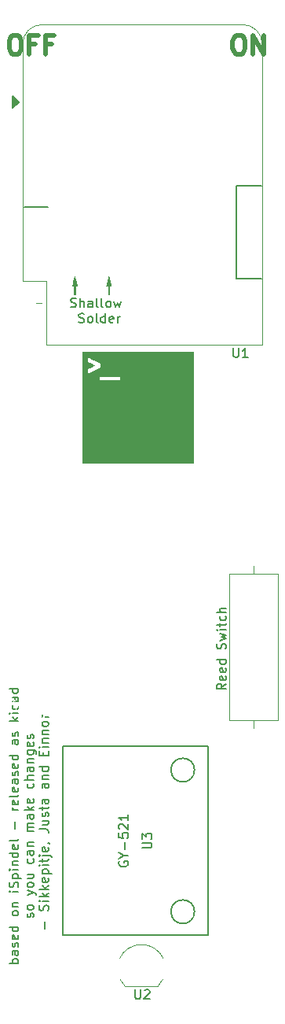
<source format=gto>
G04 #@! TF.GenerationSoftware,KiCad,Pcbnew,7.0.1*
G04 #@! TF.CreationDate,2023-04-26T20:27:31+02:00*
G04 #@! TF.ProjectId,ispindel_kicad,69737069-6e64-4656-9c5f-6b696361642e,rev?*
G04 #@! TF.SameCoordinates,Original*
G04 #@! TF.FileFunction,Legend,Top*
G04 #@! TF.FilePolarity,Positive*
%FSLAX46Y46*%
G04 Gerber Fmt 4.6, Leading zero omitted, Abs format (unit mm)*
G04 Created by KiCad (PCBNEW 7.0.1) date 2023-04-26 20:27:31*
%MOMM*%
%LPD*%
G01*
G04 APERTURE LIST*
%ADD10C,0.010000*%
%ADD11C,0.150000*%
%ADD12C,0.100000*%
%ADD13C,0.000000*%
%ADD14C,0.500000*%
%ADD15C,0.300000*%
%ADD16C,0.120000*%
%ADD17C,2.000000*%
%ADD18C,2.400000*%
%ADD19O,2.400000X2.400000*%
%ADD20R,1.500000X1.500000*%
%ADD21C,1.500000*%
%ADD22R,2.000000X2.000000*%
%ADD23O,2.000000X1.600000*%
%ADD24R,2.800000X2.800000*%
%ADD25O,2.200000X3.500000*%
%ADD26R,1.500000X2.500000*%
%ADD27O,1.500000X2.500000*%
%ADD28C,1.400000*%
%ADD29O,1.400000X1.400000*%
%ADD30R,1.600000X1.600000*%
%ADD31O,1.600000X1.600000*%
G04 APERTURE END LIST*
D10*
X141661170Y-66574670D02*
X141661170Y-67484830D01*
D11*
X141559520Y-68867380D02*
X141654760Y-68819760D01*
X141750000Y-68581670D02*
X141702380Y-68486430D01*
X146250000Y-70041190D02*
X146297620Y-69945950D01*
X145321430Y-68867380D02*
X145178570Y-68867380D01*
X141654760Y-68438810D02*
X141559520Y-68391190D01*
X144440480Y-70041190D02*
X144488100Y-69945950D01*
X142178570Y-68867380D02*
X142178570Y-67867380D01*
X143107140Y-69898330D02*
X143202380Y-69850710D01*
D10*
X135906930Y-139159580D02*
X135917520Y-139149000D01*
D11*
X143011900Y-70041190D02*
X143059520Y-69945950D01*
X143464290Y-68248330D02*
X143369050Y-68200710D01*
X145845240Y-68200710D02*
X146035710Y-68867380D01*
D10*
X141646700Y-65717850D02*
X141676700Y-65826480D01*
X141356660Y-66520800D02*
X141372310Y-66458290D01*
D11*
X144488100Y-70422140D02*
X144440480Y-70326900D01*
D10*
X141801980Y-66302120D02*
X141829800Y-66407440D01*
D11*
X143107140Y-70469760D02*
X143059520Y-70422140D01*
D10*
X145142360Y-66040210D02*
X145174800Y-65904210D01*
X145225330Y-67484830D02*
X145225330Y-66574670D01*
D11*
X141178570Y-68153100D02*
X141178570Y-68057860D01*
D10*
X141817820Y-66573230D02*
X141769260Y-66574670D01*
D11*
X145345240Y-70374520D02*
X145345240Y-69993570D01*
X142630950Y-70326900D02*
X142630950Y-70231670D01*
X144535710Y-69898330D02*
X144630950Y-69850710D01*
D10*
X145092050Y-66252560D02*
X145123170Y-66121600D01*
X145230220Y-65682600D02*
X145250230Y-65608410D01*
X141560220Y-65682600D02*
X141580230Y-65608410D01*
D11*
X143345240Y-70517380D02*
X143202380Y-70517380D01*
D10*
X135917520Y-139170170D02*
X135906930Y-139159580D01*
X145050390Y-66571340D02*
X145020630Y-66560510D01*
X141580230Y-65608410D02*
X141593150Y-65566260D01*
D11*
X144988100Y-68676900D02*
X144988100Y-68391190D01*
X141607140Y-67867380D02*
X141750000Y-67915000D01*
X143511900Y-68867380D02*
X143511900Y-68343570D01*
D10*
X141605200Y-65578290D02*
X141622330Y-65633230D01*
D11*
X146035710Y-68867380D02*
X146226190Y-68391190D01*
D10*
X145204580Y-65783100D02*
X145230220Y-65682600D01*
D11*
X142250000Y-69517380D02*
X142488100Y-69517380D01*
X142583330Y-70422140D02*
X142630950Y-70326900D01*
X142107140Y-69612620D02*
X142154760Y-69565000D01*
X144488100Y-69945950D02*
X144535710Y-69898330D01*
X145321430Y-68200710D02*
X145416670Y-68248330D01*
X145464290Y-68295950D02*
X145511900Y-68391190D01*
X145773810Y-69898330D02*
X145821430Y-69993570D01*
X141273810Y-67915000D02*
X141369050Y-67867380D01*
D10*
X141769330Y-66177700D02*
X141801980Y-66302120D01*
D11*
X144559520Y-68819760D02*
X144511900Y-68724520D01*
D10*
X141350630Y-66560510D02*
X141349140Y-66548210D01*
D11*
X146345240Y-69898330D02*
X146440480Y-69850710D01*
X143488100Y-69945950D02*
X143535710Y-70041190D01*
D10*
X141596920Y-65558710D02*
X141605200Y-65578290D01*
X145019140Y-66548210D02*
X145026660Y-66520800D01*
D11*
X143011900Y-70326900D02*
X143011900Y-70041190D01*
X146416670Y-68867380D02*
X146607140Y-68200710D01*
D10*
X141661170Y-67484830D02*
X141555330Y-67484830D01*
D11*
X143035710Y-68724520D02*
X143035710Y-68629290D01*
D10*
X145292330Y-65633230D02*
X145316700Y-65717850D01*
D11*
X141178570Y-68057860D02*
X141226190Y-67962620D01*
X143083330Y-68819760D02*
X143035710Y-68724520D01*
D10*
X141864560Y-66536440D02*
X141868040Y-66548210D01*
D11*
X146440480Y-69850710D02*
X146535710Y-69850710D01*
D10*
X145530020Y-66564940D02*
X145487820Y-66573230D01*
D11*
X144535710Y-70469760D02*
X144488100Y-70422140D01*
D10*
X141593150Y-65566260D02*
X141596920Y-65558710D01*
X141860020Y-66564940D02*
X141817820Y-66573230D01*
D11*
X142535710Y-70469760D02*
X142583330Y-70422140D01*
X146250000Y-70517380D02*
X146250000Y-69850710D01*
X146226190Y-68391190D02*
X146416670Y-68867380D01*
D10*
X141372310Y-66458290D02*
X141394600Y-66366840D01*
D11*
X143178570Y-68200710D02*
X143083330Y-68248330D01*
D10*
X141851200Y-66487570D02*
X141864560Y-66536440D01*
X145020630Y-66560510D02*
X145019140Y-66548210D01*
D11*
X144630950Y-70517380D02*
X144535710Y-70469760D01*
X141654760Y-68819760D02*
X141702380Y-68772140D01*
X143535710Y-70326900D02*
X143488100Y-70422140D01*
D10*
X145263150Y-65566260D02*
X145266920Y-65558710D01*
D11*
X145083330Y-68819760D02*
X145035710Y-68772140D01*
X143511900Y-68343570D02*
X143464290Y-68248330D01*
D10*
X145174800Y-65904210D02*
X145204580Y-65783100D01*
X141829800Y-66407440D02*
X141851200Y-66487570D01*
D11*
X143178570Y-68867380D02*
X143083330Y-68819760D01*
X142202380Y-70517380D02*
X142440480Y-70517380D01*
D10*
X145266920Y-65558710D02*
X145275200Y-65578290D01*
D11*
X144511900Y-68724520D02*
X144511900Y-67867380D01*
D10*
X145439260Y-66574670D02*
X145331170Y-66574670D01*
D11*
X143035710Y-68629290D02*
X143083330Y-68534050D01*
X141273810Y-68295950D02*
X141226190Y-68248330D01*
X145416670Y-68819760D02*
X145321430Y-68867380D01*
X141226190Y-67962620D02*
X141273810Y-67915000D01*
X143535710Y-70041190D02*
X143535710Y-70326900D01*
X141226190Y-68248330D02*
X141178570Y-68153100D01*
X143202380Y-69850710D02*
X143345240Y-69850710D01*
X142535710Y-70088810D02*
X142440480Y-70041190D01*
D12*
X138090520Y-68379740D02*
X137437880Y-68379740D01*
D11*
X142059520Y-69803100D02*
X142059520Y-69707860D01*
D10*
X145380730Y-65953460D02*
X145403490Y-66040260D01*
D11*
X143416670Y-68486430D02*
X143511900Y-68438810D01*
X145773810Y-70469760D02*
X145678570Y-70517380D01*
X145083330Y-68248330D02*
X145178570Y-68200710D01*
D13*
G36*
X135928100Y-139159580D02*
G01*
X135917520Y-139170170D01*
X135906930Y-139159580D01*
X135917520Y-139149000D01*
X135928100Y-139159580D01*
G37*
D10*
X141422050Y-66252560D02*
X141453170Y-66121600D01*
D11*
X142059520Y-70469760D02*
X142202380Y-70517380D01*
D10*
X141534580Y-65783100D02*
X141560220Y-65682600D01*
X145275200Y-65578290D02*
X145292330Y-65633230D01*
D11*
X143488100Y-70422140D02*
X143440480Y-70469760D01*
X144035710Y-68819760D02*
X143988100Y-68724520D01*
X142440480Y-70041190D02*
X142250000Y-69993570D01*
X142154760Y-69565000D02*
X142250000Y-69517380D01*
X141369050Y-67867380D02*
X141607140Y-67867380D01*
D10*
X141472360Y-66040210D02*
X141504800Y-65904210D01*
D11*
X143345240Y-69850710D02*
X143440480Y-69898330D01*
X145392860Y-69898330D02*
X145488100Y-69850710D01*
X159029400Y-65786000D02*
X161769400Y-65786000D01*
X145178570Y-68867380D02*
X145083330Y-68819760D01*
D10*
X145026660Y-66520800D02*
X145042310Y-66458290D01*
X145225330Y-66574670D02*
X145117240Y-66574670D01*
X145471980Y-66302120D02*
X145499800Y-66407440D01*
X145042310Y-66458290D02*
X145064600Y-66366840D01*
D11*
X144630950Y-69850710D02*
X144821430Y-69850710D01*
X144916670Y-70469760D02*
X144821430Y-70517380D01*
X143369050Y-68200710D02*
X143178570Y-68200710D01*
X143511900Y-68819760D02*
X143416670Y-68867380D01*
D10*
X145123170Y-66121600D02*
X145142360Y-66040210D01*
D11*
X142488100Y-69517380D02*
X142630950Y-69565000D01*
X143059520Y-69945950D02*
X143107140Y-69898330D01*
X159029400Y-55796800D02*
X159029400Y-65786000D01*
X144130950Y-68867380D02*
X144035710Y-68819760D01*
D13*
G36*
X145275200Y-65578290D02*
G01*
X145292330Y-65633230D01*
X145316700Y-65717850D01*
X145346700Y-65826480D01*
X145380730Y-65953460D01*
X145403490Y-66040260D01*
X145439330Y-66177700D01*
X145471980Y-66302120D01*
X145499800Y-66407440D01*
X145521200Y-66487570D01*
X145534560Y-66536440D01*
X145538040Y-66548210D01*
X145530020Y-66564940D01*
X145487820Y-66573230D01*
X145439260Y-66574670D01*
X145331170Y-66574670D01*
X145331170Y-67484830D01*
X145225330Y-67484830D01*
X145225330Y-66574670D01*
X145117240Y-66574670D01*
X145050390Y-66571340D01*
X145020630Y-66560510D01*
X145019140Y-66548210D01*
X145026660Y-66520800D01*
X145042310Y-66458290D01*
X145064600Y-66366840D01*
X145092050Y-66252560D01*
X145123170Y-66121600D01*
X145142360Y-66040210D01*
X145174800Y-65904210D01*
X145204580Y-65783100D01*
X145230220Y-65682600D01*
X145250230Y-65608410D01*
X145263150Y-65566260D01*
X145266920Y-65558710D01*
X145275200Y-65578290D01*
G37*
D11*
X145416670Y-68248330D02*
X145464290Y-68295950D01*
X144821430Y-69850710D02*
X144916670Y-69898330D01*
D10*
X145403490Y-66040260D02*
X145439330Y-66177700D01*
X145117240Y-66574670D02*
X145050390Y-66571340D01*
X145331170Y-67484830D02*
X145225330Y-67484830D01*
D11*
X142440480Y-70517380D02*
X142535710Y-70469760D01*
X142464290Y-68200710D02*
X142321430Y-68200710D01*
D10*
X145250230Y-65608410D02*
X145263150Y-65566260D01*
X141769260Y-66574670D02*
X141661170Y-66574670D01*
X145064600Y-66366840D02*
X145092050Y-66252560D01*
X145316700Y-65717850D02*
X145346700Y-65826480D01*
X145499800Y-66407440D02*
X145521200Y-66487570D01*
D11*
X145488100Y-70517380D02*
X145392860Y-70469760D01*
D10*
X141394600Y-66366840D02*
X141422050Y-66252560D01*
X145487820Y-66573230D02*
X145439260Y-66574670D01*
D11*
X142059520Y-69707860D02*
X142107140Y-69612620D01*
D10*
X141555330Y-67484830D02*
X141555330Y-66574670D01*
D11*
X145178570Y-68200710D02*
X145321430Y-68200710D01*
D10*
X141676700Y-65826480D02*
X141710730Y-65953460D01*
X141710730Y-65953460D02*
X141733490Y-66040260D01*
D11*
X142107140Y-69898330D02*
X142059520Y-69803100D01*
X142559520Y-68248330D02*
X142464290Y-68200710D01*
X144916670Y-70517380D02*
X144916670Y-69517380D01*
X146297620Y-69945950D02*
X146345240Y-69898330D01*
X145345240Y-69993570D02*
X145392860Y-69898330D01*
X145392860Y-70469760D02*
X145345240Y-70374520D01*
D10*
X141349140Y-66548210D02*
X141356660Y-66520800D01*
X145534560Y-66536440D02*
X145538040Y-66548210D01*
D11*
X143416670Y-68867380D02*
X143178570Y-68867380D01*
X143202380Y-70517380D02*
X143107140Y-70469760D01*
D10*
X145331170Y-66574670D02*
X145331170Y-67484830D01*
D11*
X145035710Y-68772140D02*
X144988100Y-68676900D01*
X145678570Y-69850710D02*
X145773810Y-69898330D01*
D13*
G36*
X141605200Y-65578290D02*
G01*
X141622330Y-65633230D01*
X141646700Y-65717850D01*
X141676700Y-65826480D01*
X141710730Y-65953460D01*
X141733490Y-66040260D01*
X141769330Y-66177700D01*
X141801980Y-66302120D01*
X141829800Y-66407440D01*
X141851200Y-66487570D01*
X141864560Y-66536440D01*
X141868040Y-66548210D01*
X141860020Y-66564940D01*
X141817820Y-66573230D01*
X141769260Y-66574670D01*
X141661170Y-66574670D01*
X141661170Y-67484830D01*
X141555330Y-67484830D01*
X141555330Y-66574670D01*
X141447240Y-66574670D01*
X141380390Y-66571340D01*
X141350630Y-66560510D01*
X141349140Y-66548210D01*
X141356660Y-66520800D01*
X141372310Y-66458290D01*
X141394600Y-66366840D01*
X141422050Y-66252560D01*
X141453170Y-66121600D01*
X141472360Y-66040210D01*
X141504800Y-65904210D01*
X141534580Y-65783100D01*
X141560220Y-65682600D01*
X141580230Y-65608410D01*
X141593150Y-65566260D01*
X141596920Y-65558710D01*
X141605200Y-65578290D01*
G37*
D11*
X159029400Y-55796800D02*
X161759400Y-55796800D01*
X143988100Y-68724520D02*
X143988100Y-67867380D01*
D10*
X141622330Y-65633230D02*
X141646700Y-65717850D01*
D11*
X142583330Y-70136430D02*
X142535710Y-70088810D01*
X145821430Y-70088810D02*
X145345240Y-70184050D01*
X144821430Y-70517380D02*
X144630950Y-70517380D01*
X141702380Y-68486430D02*
X141654760Y-68438810D01*
X141702380Y-68772140D02*
X141750000Y-68676900D01*
X143440480Y-69898330D02*
X143488100Y-69945950D01*
X145488100Y-69850710D02*
X145678570Y-69850710D01*
X144988100Y-68391190D02*
X145035710Y-68295950D01*
D10*
X141504800Y-65904210D02*
X141534580Y-65783100D01*
D11*
X143178570Y-68486430D02*
X143416670Y-68486430D01*
D10*
X145439330Y-66177700D02*
X145471980Y-66302120D01*
D11*
X142607140Y-68867380D02*
X142607140Y-68343570D01*
X145821430Y-69993570D02*
X145821430Y-70088810D01*
D10*
X141868040Y-66548210D02*
X141860020Y-66564940D01*
D11*
X143059520Y-70422140D02*
X143011900Y-70326900D01*
D10*
X141555330Y-66574670D02*
X141447240Y-66574670D01*
D11*
X142226190Y-68248330D02*
X142178570Y-68295950D01*
X141321430Y-68867380D02*
X141559520Y-68867380D01*
D10*
X141453170Y-66121600D02*
X141472360Y-66040210D01*
D11*
X142607140Y-68343570D02*
X142559520Y-68248330D01*
X141559520Y-68391190D02*
X141369050Y-68343570D01*
X143440480Y-70469760D02*
X143345240Y-70517380D01*
X145678570Y-70517380D02*
X145488100Y-70517380D01*
D10*
X141380390Y-66571340D02*
X141350630Y-66560510D01*
D11*
X143964290Y-70374520D02*
X143964290Y-69517380D01*
D10*
X145346700Y-65826480D02*
X145380730Y-65953460D01*
X141447240Y-66574670D02*
X141380390Y-66571340D01*
X135917520Y-139149000D02*
X135928100Y-139159580D01*
D11*
X142321430Y-68200710D02*
X142226190Y-68248330D01*
X143083330Y-68534050D02*
X143178570Y-68486430D01*
X145511900Y-68391190D02*
X145511900Y-68676900D01*
X145035710Y-68295950D02*
X145083330Y-68248330D01*
D10*
X135928100Y-139159580D02*
X135917520Y-139170170D01*
D11*
X144654760Y-68867380D02*
X144559520Y-68819760D01*
X145511900Y-68676900D02*
X145464290Y-68772140D01*
X141369050Y-68343570D02*
X141273810Y-68295950D01*
X142630950Y-70231670D02*
X142583330Y-70136430D01*
X138709400Y-58106800D02*
X136149400Y-58106800D01*
X141178570Y-68819760D02*
X141321430Y-68867380D01*
X144107140Y-70517380D02*
X144011900Y-70469760D01*
X142154760Y-69945950D02*
X142107140Y-69898330D01*
D10*
X145521200Y-66487570D02*
X145534560Y-66536440D01*
D11*
X145464290Y-68772140D02*
X145416670Y-68819760D01*
D10*
X145538040Y-66548210D02*
X145530020Y-66564940D01*
D11*
X144011900Y-70469760D02*
X143964290Y-70374520D01*
D10*
X141733490Y-66040260D02*
X141769330Y-66177700D01*
D11*
X144440480Y-70326900D02*
X144440480Y-70041190D01*
X141750000Y-68676900D02*
X141750000Y-68581670D01*
X142250000Y-69993570D02*
X142154760Y-69945950D01*
X135542619Y-139411906D02*
X134542619Y-139411906D01*
X134923571Y-139411906D02*
X134875952Y-139316668D01*
X134875952Y-139316668D02*
X134875952Y-139126192D01*
X134875952Y-139126192D02*
X134923571Y-139030954D01*
X134923571Y-139030954D02*
X134971190Y-138983335D01*
X134971190Y-138983335D02*
X135066428Y-138935716D01*
X135066428Y-138935716D02*
X135352142Y-138935716D01*
X135352142Y-138935716D02*
X135447380Y-138983335D01*
X135447380Y-138983335D02*
X135495000Y-139030954D01*
X135495000Y-139030954D02*
X135542619Y-139126192D01*
X135542619Y-139126192D02*
X135542619Y-139316668D01*
X135542619Y-139316668D02*
X135495000Y-139411906D01*
X135542619Y-138078573D02*
X135018809Y-138078573D01*
X135018809Y-138078573D02*
X134923571Y-138126192D01*
X134923571Y-138126192D02*
X134875952Y-138221430D01*
X134875952Y-138221430D02*
X134875952Y-138411906D01*
X134875952Y-138411906D02*
X134923571Y-138507144D01*
X135495000Y-138078573D02*
X135542619Y-138173811D01*
X135542619Y-138173811D02*
X135542619Y-138411906D01*
X135542619Y-138411906D02*
X135495000Y-138507144D01*
X135495000Y-138507144D02*
X135399761Y-138554763D01*
X135399761Y-138554763D02*
X135304523Y-138554763D01*
X135304523Y-138554763D02*
X135209285Y-138507144D01*
X135209285Y-138507144D02*
X135161666Y-138411906D01*
X135161666Y-138411906D02*
X135161666Y-138173811D01*
X135161666Y-138173811D02*
X135114047Y-138078573D01*
X135495000Y-137650001D02*
X135542619Y-137554763D01*
X135542619Y-137554763D02*
X135542619Y-137364287D01*
X135542619Y-137364287D02*
X135495000Y-137269049D01*
X135495000Y-137269049D02*
X135399761Y-137221430D01*
X135399761Y-137221430D02*
X135352142Y-137221430D01*
X135352142Y-137221430D02*
X135256904Y-137269049D01*
X135256904Y-137269049D02*
X135209285Y-137364287D01*
X135209285Y-137364287D02*
X135209285Y-137507144D01*
X135209285Y-137507144D02*
X135161666Y-137602382D01*
X135161666Y-137602382D02*
X135066428Y-137650001D01*
X135066428Y-137650001D02*
X135018809Y-137650001D01*
X135018809Y-137650001D02*
X134923571Y-137602382D01*
X134923571Y-137602382D02*
X134875952Y-137507144D01*
X134875952Y-137507144D02*
X134875952Y-137364287D01*
X134875952Y-137364287D02*
X134923571Y-137269049D01*
X135495000Y-136411906D02*
X135542619Y-136507144D01*
X135542619Y-136507144D02*
X135542619Y-136697620D01*
X135542619Y-136697620D02*
X135495000Y-136792858D01*
X135495000Y-136792858D02*
X135399761Y-136840477D01*
X135399761Y-136840477D02*
X135018809Y-136840477D01*
X135018809Y-136840477D02*
X134923571Y-136792858D01*
X134923571Y-136792858D02*
X134875952Y-136697620D01*
X134875952Y-136697620D02*
X134875952Y-136507144D01*
X134875952Y-136507144D02*
X134923571Y-136411906D01*
X134923571Y-136411906D02*
X135018809Y-136364287D01*
X135018809Y-136364287D02*
X135114047Y-136364287D01*
X135114047Y-136364287D02*
X135209285Y-136840477D01*
X135542619Y-135507144D02*
X134542619Y-135507144D01*
X135495000Y-135507144D02*
X135542619Y-135602382D01*
X135542619Y-135602382D02*
X135542619Y-135792858D01*
X135542619Y-135792858D02*
X135495000Y-135888096D01*
X135495000Y-135888096D02*
X135447380Y-135935715D01*
X135447380Y-135935715D02*
X135352142Y-135983334D01*
X135352142Y-135983334D02*
X135066428Y-135983334D01*
X135066428Y-135983334D02*
X134971190Y-135935715D01*
X134971190Y-135935715D02*
X134923571Y-135888096D01*
X134923571Y-135888096D02*
X134875952Y-135792858D01*
X134875952Y-135792858D02*
X134875952Y-135602382D01*
X134875952Y-135602382D02*
X134923571Y-135507144D01*
X135542619Y-134126191D02*
X135495000Y-134221429D01*
X135495000Y-134221429D02*
X135447380Y-134269048D01*
X135447380Y-134269048D02*
X135352142Y-134316667D01*
X135352142Y-134316667D02*
X135066428Y-134316667D01*
X135066428Y-134316667D02*
X134971190Y-134269048D01*
X134971190Y-134269048D02*
X134923571Y-134221429D01*
X134923571Y-134221429D02*
X134875952Y-134126191D01*
X134875952Y-134126191D02*
X134875952Y-133983334D01*
X134875952Y-133983334D02*
X134923571Y-133888096D01*
X134923571Y-133888096D02*
X134971190Y-133840477D01*
X134971190Y-133840477D02*
X135066428Y-133792858D01*
X135066428Y-133792858D02*
X135352142Y-133792858D01*
X135352142Y-133792858D02*
X135447380Y-133840477D01*
X135447380Y-133840477D02*
X135495000Y-133888096D01*
X135495000Y-133888096D02*
X135542619Y-133983334D01*
X135542619Y-133983334D02*
X135542619Y-134126191D01*
X134875952Y-133364286D02*
X135542619Y-133364286D01*
X134971190Y-133364286D02*
X134923571Y-133316667D01*
X134923571Y-133316667D02*
X134875952Y-133221429D01*
X134875952Y-133221429D02*
X134875952Y-133078572D01*
X134875952Y-133078572D02*
X134923571Y-132983334D01*
X134923571Y-132983334D02*
X135018809Y-132935715D01*
X135018809Y-132935715D02*
X135542619Y-132935715D01*
X135542619Y-131697619D02*
X134875952Y-131697619D01*
X134542619Y-131697619D02*
X134590238Y-131745238D01*
X134590238Y-131745238D02*
X134637857Y-131697619D01*
X134637857Y-131697619D02*
X134590238Y-131650000D01*
X134590238Y-131650000D02*
X134542619Y-131697619D01*
X134542619Y-131697619D02*
X134637857Y-131697619D01*
X135495000Y-131269048D02*
X135542619Y-131126191D01*
X135542619Y-131126191D02*
X135542619Y-130888096D01*
X135542619Y-130888096D02*
X135495000Y-130792858D01*
X135495000Y-130792858D02*
X135447380Y-130745239D01*
X135447380Y-130745239D02*
X135352142Y-130697620D01*
X135352142Y-130697620D02*
X135256904Y-130697620D01*
X135256904Y-130697620D02*
X135161666Y-130745239D01*
X135161666Y-130745239D02*
X135114047Y-130792858D01*
X135114047Y-130792858D02*
X135066428Y-130888096D01*
X135066428Y-130888096D02*
X135018809Y-131078572D01*
X135018809Y-131078572D02*
X134971190Y-131173810D01*
X134971190Y-131173810D02*
X134923571Y-131221429D01*
X134923571Y-131221429D02*
X134828333Y-131269048D01*
X134828333Y-131269048D02*
X134733095Y-131269048D01*
X134733095Y-131269048D02*
X134637857Y-131221429D01*
X134637857Y-131221429D02*
X134590238Y-131173810D01*
X134590238Y-131173810D02*
X134542619Y-131078572D01*
X134542619Y-131078572D02*
X134542619Y-130840477D01*
X134542619Y-130840477D02*
X134590238Y-130697620D01*
X134875952Y-130269048D02*
X135875952Y-130269048D01*
X134923571Y-130269048D02*
X134875952Y-130173810D01*
X134875952Y-130173810D02*
X134875952Y-129983334D01*
X134875952Y-129983334D02*
X134923571Y-129888096D01*
X134923571Y-129888096D02*
X134971190Y-129840477D01*
X134971190Y-129840477D02*
X135066428Y-129792858D01*
X135066428Y-129792858D02*
X135352142Y-129792858D01*
X135352142Y-129792858D02*
X135447380Y-129840477D01*
X135447380Y-129840477D02*
X135495000Y-129888096D01*
X135495000Y-129888096D02*
X135542619Y-129983334D01*
X135542619Y-129983334D02*
X135542619Y-130173810D01*
X135542619Y-130173810D02*
X135495000Y-130269048D01*
X135542619Y-129364286D02*
X134875952Y-129364286D01*
X134542619Y-129364286D02*
X134590238Y-129411905D01*
X134590238Y-129411905D02*
X134637857Y-129364286D01*
X134637857Y-129364286D02*
X134590238Y-129316667D01*
X134590238Y-129316667D02*
X134542619Y-129364286D01*
X134542619Y-129364286D02*
X134637857Y-129364286D01*
X134875952Y-128888096D02*
X135542619Y-128888096D01*
X134971190Y-128888096D02*
X134923571Y-128840477D01*
X134923571Y-128840477D02*
X134875952Y-128745239D01*
X134875952Y-128745239D02*
X134875952Y-128602382D01*
X134875952Y-128602382D02*
X134923571Y-128507144D01*
X134923571Y-128507144D02*
X135018809Y-128459525D01*
X135018809Y-128459525D02*
X135542619Y-128459525D01*
X135542619Y-127554763D02*
X134542619Y-127554763D01*
X135495000Y-127554763D02*
X135542619Y-127650001D01*
X135542619Y-127650001D02*
X135542619Y-127840477D01*
X135542619Y-127840477D02*
X135495000Y-127935715D01*
X135495000Y-127935715D02*
X135447380Y-127983334D01*
X135447380Y-127983334D02*
X135352142Y-128030953D01*
X135352142Y-128030953D02*
X135066428Y-128030953D01*
X135066428Y-128030953D02*
X134971190Y-127983334D01*
X134971190Y-127983334D02*
X134923571Y-127935715D01*
X134923571Y-127935715D02*
X134875952Y-127840477D01*
X134875952Y-127840477D02*
X134875952Y-127650001D01*
X134875952Y-127650001D02*
X134923571Y-127554763D01*
X135495000Y-126697620D02*
X135542619Y-126792858D01*
X135542619Y-126792858D02*
X135542619Y-126983334D01*
X135542619Y-126983334D02*
X135495000Y-127078572D01*
X135495000Y-127078572D02*
X135399761Y-127126191D01*
X135399761Y-127126191D02*
X135018809Y-127126191D01*
X135018809Y-127126191D02*
X134923571Y-127078572D01*
X134923571Y-127078572D02*
X134875952Y-126983334D01*
X134875952Y-126983334D02*
X134875952Y-126792858D01*
X134875952Y-126792858D02*
X134923571Y-126697620D01*
X134923571Y-126697620D02*
X135018809Y-126650001D01*
X135018809Y-126650001D02*
X135114047Y-126650001D01*
X135114047Y-126650001D02*
X135209285Y-127126191D01*
X135542619Y-126078572D02*
X135495000Y-126173810D01*
X135495000Y-126173810D02*
X135399761Y-126221429D01*
X135399761Y-126221429D02*
X134542619Y-126221429D01*
X135161666Y-124935714D02*
X135161666Y-124173810D01*
X135542619Y-122935714D02*
X134875952Y-122935714D01*
X135066428Y-122935714D02*
X134971190Y-122888095D01*
X134971190Y-122888095D02*
X134923571Y-122840476D01*
X134923571Y-122840476D02*
X134875952Y-122745238D01*
X134875952Y-122745238D02*
X134875952Y-122650000D01*
X135495000Y-121935714D02*
X135542619Y-122030952D01*
X135542619Y-122030952D02*
X135542619Y-122221428D01*
X135542619Y-122221428D02*
X135495000Y-122316666D01*
X135495000Y-122316666D02*
X135399761Y-122364285D01*
X135399761Y-122364285D02*
X135018809Y-122364285D01*
X135018809Y-122364285D02*
X134923571Y-122316666D01*
X134923571Y-122316666D02*
X134875952Y-122221428D01*
X134875952Y-122221428D02*
X134875952Y-122030952D01*
X134875952Y-122030952D02*
X134923571Y-121935714D01*
X134923571Y-121935714D02*
X135018809Y-121888095D01*
X135018809Y-121888095D02*
X135114047Y-121888095D01*
X135114047Y-121888095D02*
X135209285Y-122364285D01*
X135542619Y-121316666D02*
X135495000Y-121411904D01*
X135495000Y-121411904D02*
X135399761Y-121459523D01*
X135399761Y-121459523D02*
X134542619Y-121459523D01*
X135495000Y-120554761D02*
X135542619Y-120649999D01*
X135542619Y-120649999D02*
X135542619Y-120840475D01*
X135542619Y-120840475D02*
X135495000Y-120935713D01*
X135495000Y-120935713D02*
X135399761Y-120983332D01*
X135399761Y-120983332D02*
X135018809Y-120983332D01*
X135018809Y-120983332D02*
X134923571Y-120935713D01*
X134923571Y-120935713D02*
X134875952Y-120840475D01*
X134875952Y-120840475D02*
X134875952Y-120649999D01*
X134875952Y-120649999D02*
X134923571Y-120554761D01*
X134923571Y-120554761D02*
X135018809Y-120507142D01*
X135018809Y-120507142D02*
X135114047Y-120507142D01*
X135114047Y-120507142D02*
X135209285Y-120983332D01*
X135542619Y-119649999D02*
X135018809Y-119649999D01*
X135018809Y-119649999D02*
X134923571Y-119697618D01*
X134923571Y-119697618D02*
X134875952Y-119792856D01*
X134875952Y-119792856D02*
X134875952Y-119983332D01*
X134875952Y-119983332D02*
X134923571Y-120078570D01*
X135495000Y-119649999D02*
X135542619Y-119745237D01*
X135542619Y-119745237D02*
X135542619Y-119983332D01*
X135542619Y-119983332D02*
X135495000Y-120078570D01*
X135495000Y-120078570D02*
X135399761Y-120126189D01*
X135399761Y-120126189D02*
X135304523Y-120126189D01*
X135304523Y-120126189D02*
X135209285Y-120078570D01*
X135209285Y-120078570D02*
X135161666Y-119983332D01*
X135161666Y-119983332D02*
X135161666Y-119745237D01*
X135161666Y-119745237D02*
X135114047Y-119649999D01*
X135495000Y-119221427D02*
X135542619Y-119126189D01*
X135542619Y-119126189D02*
X135542619Y-118935713D01*
X135542619Y-118935713D02*
X135495000Y-118840475D01*
X135495000Y-118840475D02*
X135399761Y-118792856D01*
X135399761Y-118792856D02*
X135352142Y-118792856D01*
X135352142Y-118792856D02*
X135256904Y-118840475D01*
X135256904Y-118840475D02*
X135209285Y-118935713D01*
X135209285Y-118935713D02*
X135209285Y-119078570D01*
X135209285Y-119078570D02*
X135161666Y-119173808D01*
X135161666Y-119173808D02*
X135066428Y-119221427D01*
X135066428Y-119221427D02*
X135018809Y-119221427D01*
X135018809Y-119221427D02*
X134923571Y-119173808D01*
X134923571Y-119173808D02*
X134875952Y-119078570D01*
X134875952Y-119078570D02*
X134875952Y-118935713D01*
X134875952Y-118935713D02*
X134923571Y-118840475D01*
X135495000Y-117983332D02*
X135542619Y-118078570D01*
X135542619Y-118078570D02*
X135542619Y-118269046D01*
X135542619Y-118269046D02*
X135495000Y-118364284D01*
X135495000Y-118364284D02*
X135399761Y-118411903D01*
X135399761Y-118411903D02*
X135018809Y-118411903D01*
X135018809Y-118411903D02*
X134923571Y-118364284D01*
X134923571Y-118364284D02*
X134875952Y-118269046D01*
X134875952Y-118269046D02*
X134875952Y-118078570D01*
X134875952Y-118078570D02*
X134923571Y-117983332D01*
X134923571Y-117983332D02*
X135018809Y-117935713D01*
X135018809Y-117935713D02*
X135114047Y-117935713D01*
X135114047Y-117935713D02*
X135209285Y-118411903D01*
X135542619Y-117078570D02*
X134542619Y-117078570D01*
X135495000Y-117078570D02*
X135542619Y-117173808D01*
X135542619Y-117173808D02*
X135542619Y-117364284D01*
X135542619Y-117364284D02*
X135495000Y-117459522D01*
X135495000Y-117459522D02*
X135447380Y-117507141D01*
X135447380Y-117507141D02*
X135352142Y-117554760D01*
X135352142Y-117554760D02*
X135066428Y-117554760D01*
X135066428Y-117554760D02*
X134971190Y-117507141D01*
X134971190Y-117507141D02*
X134923571Y-117459522D01*
X134923571Y-117459522D02*
X134875952Y-117364284D01*
X134875952Y-117364284D02*
X134875952Y-117173808D01*
X134875952Y-117173808D02*
X134923571Y-117078570D01*
X135542619Y-115411903D02*
X135018809Y-115411903D01*
X135018809Y-115411903D02*
X134923571Y-115459522D01*
X134923571Y-115459522D02*
X134875952Y-115554760D01*
X134875952Y-115554760D02*
X134875952Y-115745236D01*
X134875952Y-115745236D02*
X134923571Y-115840474D01*
X135495000Y-115411903D02*
X135542619Y-115507141D01*
X135542619Y-115507141D02*
X135542619Y-115745236D01*
X135542619Y-115745236D02*
X135495000Y-115840474D01*
X135495000Y-115840474D02*
X135399761Y-115888093D01*
X135399761Y-115888093D02*
X135304523Y-115888093D01*
X135304523Y-115888093D02*
X135209285Y-115840474D01*
X135209285Y-115840474D02*
X135161666Y-115745236D01*
X135161666Y-115745236D02*
X135161666Y-115507141D01*
X135161666Y-115507141D02*
X135114047Y-115411903D01*
X135495000Y-114983331D02*
X135542619Y-114888093D01*
X135542619Y-114888093D02*
X135542619Y-114697617D01*
X135542619Y-114697617D02*
X135495000Y-114602379D01*
X135495000Y-114602379D02*
X135399761Y-114554760D01*
X135399761Y-114554760D02*
X135352142Y-114554760D01*
X135352142Y-114554760D02*
X135256904Y-114602379D01*
X135256904Y-114602379D02*
X135209285Y-114697617D01*
X135209285Y-114697617D02*
X135209285Y-114840474D01*
X135209285Y-114840474D02*
X135161666Y-114935712D01*
X135161666Y-114935712D02*
X135066428Y-114983331D01*
X135066428Y-114983331D02*
X135018809Y-114983331D01*
X135018809Y-114983331D02*
X134923571Y-114935712D01*
X134923571Y-114935712D02*
X134875952Y-114840474D01*
X134875952Y-114840474D02*
X134875952Y-114697617D01*
X134875952Y-114697617D02*
X134923571Y-114602379D01*
X135542619Y-113364283D02*
X134542619Y-113364283D01*
X135161666Y-113269045D02*
X135542619Y-112983331D01*
X134875952Y-112983331D02*
X135256904Y-113364283D01*
X135542619Y-112554759D02*
X134875952Y-112554759D01*
X134542619Y-112554759D02*
X134590238Y-112602378D01*
X134590238Y-112602378D02*
X134637857Y-112554759D01*
X134637857Y-112554759D02*
X134590238Y-112507140D01*
X134590238Y-112507140D02*
X134542619Y-112554759D01*
X134542619Y-112554759D02*
X134637857Y-112554759D01*
X135495000Y-111649998D02*
X135542619Y-111745236D01*
X135542619Y-111745236D02*
X135542619Y-111935712D01*
X135542619Y-111935712D02*
X135495000Y-112030950D01*
X135495000Y-112030950D02*
X135447380Y-112078569D01*
X135447380Y-112078569D02*
X135352142Y-112126188D01*
X135352142Y-112126188D02*
X135066428Y-112126188D01*
X135066428Y-112126188D02*
X134971190Y-112078569D01*
X134971190Y-112078569D02*
X134923571Y-112030950D01*
X134923571Y-112030950D02*
X134875952Y-111935712D01*
X134875952Y-111935712D02*
X134875952Y-111745236D01*
X134875952Y-111745236D02*
X134923571Y-111649998D01*
X135542619Y-110792855D02*
X135018809Y-110792855D01*
X135018809Y-110792855D02*
X134923571Y-110840474D01*
X134923571Y-110840474D02*
X134875952Y-110935712D01*
X134875952Y-110935712D02*
X134875952Y-111126188D01*
X134875952Y-111126188D02*
X134923571Y-111221426D01*
X135495000Y-110792855D02*
X135542619Y-110888093D01*
X135542619Y-110888093D02*
X135542619Y-111126188D01*
X135542619Y-111126188D02*
X135495000Y-111221426D01*
X135495000Y-111221426D02*
X135399761Y-111269045D01*
X135399761Y-111269045D02*
X135304523Y-111269045D01*
X135304523Y-111269045D02*
X135209285Y-111221426D01*
X135209285Y-111221426D02*
X135161666Y-111126188D01*
X135161666Y-111126188D02*
X135161666Y-110888093D01*
X135161666Y-110888093D02*
X135114047Y-110792855D01*
X135542619Y-109888093D02*
X134542619Y-109888093D01*
X135495000Y-109888093D02*
X135542619Y-109983331D01*
X135542619Y-109983331D02*
X135542619Y-110173807D01*
X135542619Y-110173807D02*
X135495000Y-110269045D01*
X135495000Y-110269045D02*
X135447380Y-110316664D01*
X135447380Y-110316664D02*
X135352142Y-110364283D01*
X135352142Y-110364283D02*
X135066428Y-110364283D01*
X135066428Y-110364283D02*
X134971190Y-110316664D01*
X134971190Y-110316664D02*
X134923571Y-110269045D01*
X134923571Y-110269045D02*
X134875952Y-110173807D01*
X134875952Y-110173807D02*
X134875952Y-109983331D01*
X134875952Y-109983331D02*
X134923571Y-109888093D01*
X137115000Y-134483334D02*
X137162619Y-134388096D01*
X137162619Y-134388096D02*
X137162619Y-134197620D01*
X137162619Y-134197620D02*
X137115000Y-134102382D01*
X137115000Y-134102382D02*
X137019761Y-134054763D01*
X137019761Y-134054763D02*
X136972142Y-134054763D01*
X136972142Y-134054763D02*
X136876904Y-134102382D01*
X136876904Y-134102382D02*
X136829285Y-134197620D01*
X136829285Y-134197620D02*
X136829285Y-134340477D01*
X136829285Y-134340477D02*
X136781666Y-134435715D01*
X136781666Y-134435715D02*
X136686428Y-134483334D01*
X136686428Y-134483334D02*
X136638809Y-134483334D01*
X136638809Y-134483334D02*
X136543571Y-134435715D01*
X136543571Y-134435715D02*
X136495952Y-134340477D01*
X136495952Y-134340477D02*
X136495952Y-134197620D01*
X136495952Y-134197620D02*
X136543571Y-134102382D01*
X137162619Y-133483334D02*
X137115000Y-133578572D01*
X137115000Y-133578572D02*
X137067380Y-133626191D01*
X137067380Y-133626191D02*
X136972142Y-133673810D01*
X136972142Y-133673810D02*
X136686428Y-133673810D01*
X136686428Y-133673810D02*
X136591190Y-133626191D01*
X136591190Y-133626191D02*
X136543571Y-133578572D01*
X136543571Y-133578572D02*
X136495952Y-133483334D01*
X136495952Y-133483334D02*
X136495952Y-133340477D01*
X136495952Y-133340477D02*
X136543571Y-133245239D01*
X136543571Y-133245239D02*
X136591190Y-133197620D01*
X136591190Y-133197620D02*
X136686428Y-133150001D01*
X136686428Y-133150001D02*
X136972142Y-133150001D01*
X136972142Y-133150001D02*
X137067380Y-133197620D01*
X137067380Y-133197620D02*
X137115000Y-133245239D01*
X137115000Y-133245239D02*
X137162619Y-133340477D01*
X137162619Y-133340477D02*
X137162619Y-133483334D01*
X136495952Y-132054762D02*
X137162619Y-131816667D01*
X136495952Y-131578572D02*
X137162619Y-131816667D01*
X137162619Y-131816667D02*
X137400714Y-131911905D01*
X137400714Y-131911905D02*
X137448333Y-131959524D01*
X137448333Y-131959524D02*
X137495952Y-132054762D01*
X137162619Y-131054762D02*
X137115000Y-131150000D01*
X137115000Y-131150000D02*
X137067380Y-131197619D01*
X137067380Y-131197619D02*
X136972142Y-131245238D01*
X136972142Y-131245238D02*
X136686428Y-131245238D01*
X136686428Y-131245238D02*
X136591190Y-131197619D01*
X136591190Y-131197619D02*
X136543571Y-131150000D01*
X136543571Y-131150000D02*
X136495952Y-131054762D01*
X136495952Y-131054762D02*
X136495952Y-130911905D01*
X136495952Y-130911905D02*
X136543571Y-130816667D01*
X136543571Y-130816667D02*
X136591190Y-130769048D01*
X136591190Y-130769048D02*
X136686428Y-130721429D01*
X136686428Y-130721429D02*
X136972142Y-130721429D01*
X136972142Y-130721429D02*
X137067380Y-130769048D01*
X137067380Y-130769048D02*
X137115000Y-130816667D01*
X137115000Y-130816667D02*
X137162619Y-130911905D01*
X137162619Y-130911905D02*
X137162619Y-131054762D01*
X136495952Y-129864286D02*
X137162619Y-129864286D01*
X136495952Y-130292857D02*
X137019761Y-130292857D01*
X137019761Y-130292857D02*
X137115000Y-130245238D01*
X137115000Y-130245238D02*
X137162619Y-130150000D01*
X137162619Y-130150000D02*
X137162619Y-130007143D01*
X137162619Y-130007143D02*
X137115000Y-129911905D01*
X137115000Y-129911905D02*
X137067380Y-129864286D01*
X137115000Y-128197619D02*
X137162619Y-128292857D01*
X137162619Y-128292857D02*
X137162619Y-128483333D01*
X137162619Y-128483333D02*
X137115000Y-128578571D01*
X137115000Y-128578571D02*
X137067380Y-128626190D01*
X137067380Y-128626190D02*
X136972142Y-128673809D01*
X136972142Y-128673809D02*
X136686428Y-128673809D01*
X136686428Y-128673809D02*
X136591190Y-128626190D01*
X136591190Y-128626190D02*
X136543571Y-128578571D01*
X136543571Y-128578571D02*
X136495952Y-128483333D01*
X136495952Y-128483333D02*
X136495952Y-128292857D01*
X136495952Y-128292857D02*
X136543571Y-128197619D01*
X137162619Y-127340476D02*
X136638809Y-127340476D01*
X136638809Y-127340476D02*
X136543571Y-127388095D01*
X136543571Y-127388095D02*
X136495952Y-127483333D01*
X136495952Y-127483333D02*
X136495952Y-127673809D01*
X136495952Y-127673809D02*
X136543571Y-127769047D01*
X137115000Y-127340476D02*
X137162619Y-127435714D01*
X137162619Y-127435714D02*
X137162619Y-127673809D01*
X137162619Y-127673809D02*
X137115000Y-127769047D01*
X137115000Y-127769047D02*
X137019761Y-127816666D01*
X137019761Y-127816666D02*
X136924523Y-127816666D01*
X136924523Y-127816666D02*
X136829285Y-127769047D01*
X136829285Y-127769047D02*
X136781666Y-127673809D01*
X136781666Y-127673809D02*
X136781666Y-127435714D01*
X136781666Y-127435714D02*
X136734047Y-127340476D01*
X136495952Y-126864285D02*
X137162619Y-126864285D01*
X136591190Y-126864285D02*
X136543571Y-126816666D01*
X136543571Y-126816666D02*
X136495952Y-126721428D01*
X136495952Y-126721428D02*
X136495952Y-126578571D01*
X136495952Y-126578571D02*
X136543571Y-126483333D01*
X136543571Y-126483333D02*
X136638809Y-126435714D01*
X136638809Y-126435714D02*
X137162619Y-126435714D01*
X137162619Y-125197618D02*
X136495952Y-125197618D01*
X136591190Y-125197618D02*
X136543571Y-125149999D01*
X136543571Y-125149999D02*
X136495952Y-125054761D01*
X136495952Y-125054761D02*
X136495952Y-124911904D01*
X136495952Y-124911904D02*
X136543571Y-124816666D01*
X136543571Y-124816666D02*
X136638809Y-124769047D01*
X136638809Y-124769047D02*
X137162619Y-124769047D01*
X136638809Y-124769047D02*
X136543571Y-124721428D01*
X136543571Y-124721428D02*
X136495952Y-124626190D01*
X136495952Y-124626190D02*
X136495952Y-124483333D01*
X136495952Y-124483333D02*
X136543571Y-124388094D01*
X136543571Y-124388094D02*
X136638809Y-124340475D01*
X136638809Y-124340475D02*
X137162619Y-124340475D01*
X137162619Y-123435714D02*
X136638809Y-123435714D01*
X136638809Y-123435714D02*
X136543571Y-123483333D01*
X136543571Y-123483333D02*
X136495952Y-123578571D01*
X136495952Y-123578571D02*
X136495952Y-123769047D01*
X136495952Y-123769047D02*
X136543571Y-123864285D01*
X137115000Y-123435714D02*
X137162619Y-123530952D01*
X137162619Y-123530952D02*
X137162619Y-123769047D01*
X137162619Y-123769047D02*
X137115000Y-123864285D01*
X137115000Y-123864285D02*
X137019761Y-123911904D01*
X137019761Y-123911904D02*
X136924523Y-123911904D01*
X136924523Y-123911904D02*
X136829285Y-123864285D01*
X136829285Y-123864285D02*
X136781666Y-123769047D01*
X136781666Y-123769047D02*
X136781666Y-123530952D01*
X136781666Y-123530952D02*
X136734047Y-123435714D01*
X137162619Y-122959523D02*
X136162619Y-122959523D01*
X136781666Y-122864285D02*
X137162619Y-122578571D01*
X136495952Y-122578571D02*
X136876904Y-122959523D01*
X137115000Y-121769047D02*
X137162619Y-121864285D01*
X137162619Y-121864285D02*
X137162619Y-122054761D01*
X137162619Y-122054761D02*
X137115000Y-122149999D01*
X137115000Y-122149999D02*
X137019761Y-122197618D01*
X137019761Y-122197618D02*
X136638809Y-122197618D01*
X136638809Y-122197618D02*
X136543571Y-122149999D01*
X136543571Y-122149999D02*
X136495952Y-122054761D01*
X136495952Y-122054761D02*
X136495952Y-121864285D01*
X136495952Y-121864285D02*
X136543571Y-121769047D01*
X136543571Y-121769047D02*
X136638809Y-121721428D01*
X136638809Y-121721428D02*
X136734047Y-121721428D01*
X136734047Y-121721428D02*
X136829285Y-122197618D01*
X137115000Y-120102380D02*
X137162619Y-120197618D01*
X137162619Y-120197618D02*
X137162619Y-120388094D01*
X137162619Y-120388094D02*
X137115000Y-120483332D01*
X137115000Y-120483332D02*
X137067380Y-120530951D01*
X137067380Y-120530951D02*
X136972142Y-120578570D01*
X136972142Y-120578570D02*
X136686428Y-120578570D01*
X136686428Y-120578570D02*
X136591190Y-120530951D01*
X136591190Y-120530951D02*
X136543571Y-120483332D01*
X136543571Y-120483332D02*
X136495952Y-120388094D01*
X136495952Y-120388094D02*
X136495952Y-120197618D01*
X136495952Y-120197618D02*
X136543571Y-120102380D01*
X137162619Y-119673808D02*
X136162619Y-119673808D01*
X137162619Y-119245237D02*
X136638809Y-119245237D01*
X136638809Y-119245237D02*
X136543571Y-119292856D01*
X136543571Y-119292856D02*
X136495952Y-119388094D01*
X136495952Y-119388094D02*
X136495952Y-119530951D01*
X136495952Y-119530951D02*
X136543571Y-119626189D01*
X136543571Y-119626189D02*
X136591190Y-119673808D01*
X137162619Y-118340475D02*
X136638809Y-118340475D01*
X136638809Y-118340475D02*
X136543571Y-118388094D01*
X136543571Y-118388094D02*
X136495952Y-118483332D01*
X136495952Y-118483332D02*
X136495952Y-118673808D01*
X136495952Y-118673808D02*
X136543571Y-118769046D01*
X137115000Y-118340475D02*
X137162619Y-118435713D01*
X137162619Y-118435713D02*
X137162619Y-118673808D01*
X137162619Y-118673808D02*
X137115000Y-118769046D01*
X137115000Y-118769046D02*
X137019761Y-118816665D01*
X137019761Y-118816665D02*
X136924523Y-118816665D01*
X136924523Y-118816665D02*
X136829285Y-118769046D01*
X136829285Y-118769046D02*
X136781666Y-118673808D01*
X136781666Y-118673808D02*
X136781666Y-118435713D01*
X136781666Y-118435713D02*
X136734047Y-118340475D01*
X136495952Y-117864284D02*
X137162619Y-117864284D01*
X136591190Y-117864284D02*
X136543571Y-117816665D01*
X136543571Y-117816665D02*
X136495952Y-117721427D01*
X136495952Y-117721427D02*
X136495952Y-117578570D01*
X136495952Y-117578570D02*
X136543571Y-117483332D01*
X136543571Y-117483332D02*
X136638809Y-117435713D01*
X136638809Y-117435713D02*
X137162619Y-117435713D01*
X136495952Y-116530951D02*
X137305476Y-116530951D01*
X137305476Y-116530951D02*
X137400714Y-116578570D01*
X137400714Y-116578570D02*
X137448333Y-116626189D01*
X137448333Y-116626189D02*
X137495952Y-116721427D01*
X137495952Y-116721427D02*
X137495952Y-116864284D01*
X137495952Y-116864284D02*
X137448333Y-116959522D01*
X137115000Y-116530951D02*
X137162619Y-116626189D01*
X137162619Y-116626189D02*
X137162619Y-116816665D01*
X137162619Y-116816665D02*
X137115000Y-116911903D01*
X137115000Y-116911903D02*
X137067380Y-116959522D01*
X137067380Y-116959522D02*
X136972142Y-117007141D01*
X136972142Y-117007141D02*
X136686428Y-117007141D01*
X136686428Y-117007141D02*
X136591190Y-116959522D01*
X136591190Y-116959522D02*
X136543571Y-116911903D01*
X136543571Y-116911903D02*
X136495952Y-116816665D01*
X136495952Y-116816665D02*
X136495952Y-116626189D01*
X136495952Y-116626189D02*
X136543571Y-116530951D01*
X137115000Y-115673808D02*
X137162619Y-115769046D01*
X137162619Y-115769046D02*
X137162619Y-115959522D01*
X137162619Y-115959522D02*
X137115000Y-116054760D01*
X137115000Y-116054760D02*
X137019761Y-116102379D01*
X137019761Y-116102379D02*
X136638809Y-116102379D01*
X136638809Y-116102379D02*
X136543571Y-116054760D01*
X136543571Y-116054760D02*
X136495952Y-115959522D01*
X136495952Y-115959522D02*
X136495952Y-115769046D01*
X136495952Y-115769046D02*
X136543571Y-115673808D01*
X136543571Y-115673808D02*
X136638809Y-115626189D01*
X136638809Y-115626189D02*
X136734047Y-115626189D01*
X136734047Y-115626189D02*
X136829285Y-116102379D01*
X137115000Y-115245236D02*
X137162619Y-115149998D01*
X137162619Y-115149998D02*
X137162619Y-114959522D01*
X137162619Y-114959522D02*
X137115000Y-114864284D01*
X137115000Y-114864284D02*
X137019761Y-114816665D01*
X137019761Y-114816665D02*
X136972142Y-114816665D01*
X136972142Y-114816665D02*
X136876904Y-114864284D01*
X136876904Y-114864284D02*
X136829285Y-114959522D01*
X136829285Y-114959522D02*
X136829285Y-115102379D01*
X136829285Y-115102379D02*
X136781666Y-115197617D01*
X136781666Y-115197617D02*
X136686428Y-115245236D01*
X136686428Y-115245236D02*
X136638809Y-115245236D01*
X136638809Y-115245236D02*
X136543571Y-115197617D01*
X136543571Y-115197617D02*
X136495952Y-115102379D01*
X136495952Y-115102379D02*
X136495952Y-114959522D01*
X136495952Y-114959522D02*
X136543571Y-114864284D01*
X138401666Y-135697619D02*
X138401666Y-134935715D01*
X138735000Y-133745238D02*
X138782619Y-133602381D01*
X138782619Y-133602381D02*
X138782619Y-133364286D01*
X138782619Y-133364286D02*
X138735000Y-133269048D01*
X138735000Y-133269048D02*
X138687380Y-133221429D01*
X138687380Y-133221429D02*
X138592142Y-133173810D01*
X138592142Y-133173810D02*
X138496904Y-133173810D01*
X138496904Y-133173810D02*
X138401666Y-133221429D01*
X138401666Y-133221429D02*
X138354047Y-133269048D01*
X138354047Y-133269048D02*
X138306428Y-133364286D01*
X138306428Y-133364286D02*
X138258809Y-133554762D01*
X138258809Y-133554762D02*
X138211190Y-133650000D01*
X138211190Y-133650000D02*
X138163571Y-133697619D01*
X138163571Y-133697619D02*
X138068333Y-133745238D01*
X138068333Y-133745238D02*
X137973095Y-133745238D01*
X137973095Y-133745238D02*
X137877857Y-133697619D01*
X137877857Y-133697619D02*
X137830238Y-133650000D01*
X137830238Y-133650000D02*
X137782619Y-133554762D01*
X137782619Y-133554762D02*
X137782619Y-133316667D01*
X137782619Y-133316667D02*
X137830238Y-133173810D01*
X138782619Y-132745238D02*
X138115952Y-132745238D01*
X137782619Y-132745238D02*
X137830238Y-132792857D01*
X137830238Y-132792857D02*
X137877857Y-132745238D01*
X137877857Y-132745238D02*
X137830238Y-132697619D01*
X137830238Y-132697619D02*
X137782619Y-132745238D01*
X137782619Y-132745238D02*
X137877857Y-132745238D01*
X138782619Y-132269048D02*
X137782619Y-132269048D01*
X138401666Y-132173810D02*
X138782619Y-131888096D01*
X138115952Y-131888096D02*
X138496904Y-132269048D01*
X138782619Y-131459524D02*
X137782619Y-131459524D01*
X138401666Y-131364286D02*
X138782619Y-131078572D01*
X138115952Y-131078572D02*
X138496904Y-131459524D01*
X138735000Y-130269048D02*
X138782619Y-130364286D01*
X138782619Y-130364286D02*
X138782619Y-130554762D01*
X138782619Y-130554762D02*
X138735000Y-130650000D01*
X138735000Y-130650000D02*
X138639761Y-130697619D01*
X138639761Y-130697619D02*
X138258809Y-130697619D01*
X138258809Y-130697619D02*
X138163571Y-130650000D01*
X138163571Y-130650000D02*
X138115952Y-130554762D01*
X138115952Y-130554762D02*
X138115952Y-130364286D01*
X138115952Y-130364286D02*
X138163571Y-130269048D01*
X138163571Y-130269048D02*
X138258809Y-130221429D01*
X138258809Y-130221429D02*
X138354047Y-130221429D01*
X138354047Y-130221429D02*
X138449285Y-130697619D01*
X138115952Y-129792857D02*
X139115952Y-129792857D01*
X138163571Y-129792857D02*
X138115952Y-129697619D01*
X138115952Y-129697619D02*
X138115952Y-129507143D01*
X138115952Y-129507143D02*
X138163571Y-129411905D01*
X138163571Y-129411905D02*
X138211190Y-129364286D01*
X138211190Y-129364286D02*
X138306428Y-129316667D01*
X138306428Y-129316667D02*
X138592142Y-129316667D01*
X138592142Y-129316667D02*
X138687380Y-129364286D01*
X138687380Y-129364286D02*
X138735000Y-129411905D01*
X138735000Y-129411905D02*
X138782619Y-129507143D01*
X138782619Y-129507143D02*
X138782619Y-129697619D01*
X138782619Y-129697619D02*
X138735000Y-129792857D01*
X138782619Y-128888095D02*
X138115952Y-128888095D01*
X137782619Y-128888095D02*
X137830238Y-128935714D01*
X137830238Y-128935714D02*
X137877857Y-128888095D01*
X137877857Y-128888095D02*
X137830238Y-128840476D01*
X137830238Y-128840476D02*
X137782619Y-128888095D01*
X137782619Y-128888095D02*
X137877857Y-128888095D01*
X138115952Y-128554762D02*
X138115952Y-128173810D01*
X137782619Y-128411905D02*
X138639761Y-128411905D01*
X138639761Y-128411905D02*
X138735000Y-128364286D01*
X138735000Y-128364286D02*
X138782619Y-128269048D01*
X138782619Y-128269048D02*
X138782619Y-128173810D01*
X138115952Y-127840476D02*
X138973095Y-127840476D01*
X138973095Y-127840476D02*
X139068333Y-127888095D01*
X139068333Y-127888095D02*
X139115952Y-127983333D01*
X139115952Y-127983333D02*
X139115952Y-128030952D01*
X137782619Y-127840476D02*
X137830238Y-127888095D01*
X137830238Y-127888095D02*
X137877857Y-127840476D01*
X137877857Y-127840476D02*
X137830238Y-127792857D01*
X137830238Y-127792857D02*
X137782619Y-127840476D01*
X137782619Y-127840476D02*
X137877857Y-127840476D01*
X138735000Y-126983334D02*
X138782619Y-127078572D01*
X138782619Y-127078572D02*
X138782619Y-127269048D01*
X138782619Y-127269048D02*
X138735000Y-127364286D01*
X138735000Y-127364286D02*
X138639761Y-127411905D01*
X138639761Y-127411905D02*
X138258809Y-127411905D01*
X138258809Y-127411905D02*
X138163571Y-127364286D01*
X138163571Y-127364286D02*
X138115952Y-127269048D01*
X138115952Y-127269048D02*
X138115952Y-127078572D01*
X138115952Y-127078572D02*
X138163571Y-126983334D01*
X138163571Y-126983334D02*
X138258809Y-126935715D01*
X138258809Y-126935715D02*
X138354047Y-126935715D01*
X138354047Y-126935715D02*
X138449285Y-127411905D01*
X138735000Y-126459524D02*
X138782619Y-126459524D01*
X138782619Y-126459524D02*
X138877857Y-126507143D01*
X138877857Y-126507143D02*
X138925476Y-126554762D01*
X137782619Y-124983334D02*
X138496904Y-124983334D01*
X138496904Y-124983334D02*
X138639761Y-125030953D01*
X138639761Y-125030953D02*
X138735000Y-125126191D01*
X138735000Y-125126191D02*
X138782619Y-125269048D01*
X138782619Y-125269048D02*
X138782619Y-125364286D01*
X138115952Y-124078572D02*
X138782619Y-124078572D01*
X138115952Y-124507143D02*
X138639761Y-124507143D01*
X138639761Y-124507143D02*
X138735000Y-124459524D01*
X138735000Y-124459524D02*
X138782619Y-124364286D01*
X138782619Y-124364286D02*
X138782619Y-124221429D01*
X138782619Y-124221429D02*
X138735000Y-124126191D01*
X138735000Y-124126191D02*
X138687380Y-124078572D01*
X138735000Y-123650000D02*
X138782619Y-123554762D01*
X138782619Y-123554762D02*
X138782619Y-123364286D01*
X138782619Y-123364286D02*
X138735000Y-123269048D01*
X138735000Y-123269048D02*
X138639761Y-123221429D01*
X138639761Y-123221429D02*
X138592142Y-123221429D01*
X138592142Y-123221429D02*
X138496904Y-123269048D01*
X138496904Y-123269048D02*
X138449285Y-123364286D01*
X138449285Y-123364286D02*
X138449285Y-123507143D01*
X138449285Y-123507143D02*
X138401666Y-123602381D01*
X138401666Y-123602381D02*
X138306428Y-123650000D01*
X138306428Y-123650000D02*
X138258809Y-123650000D01*
X138258809Y-123650000D02*
X138163571Y-123602381D01*
X138163571Y-123602381D02*
X138115952Y-123507143D01*
X138115952Y-123507143D02*
X138115952Y-123364286D01*
X138115952Y-123364286D02*
X138163571Y-123269048D01*
X138115952Y-122935714D02*
X138115952Y-122554762D01*
X137782619Y-122792857D02*
X138639761Y-122792857D01*
X138639761Y-122792857D02*
X138735000Y-122745238D01*
X138735000Y-122745238D02*
X138782619Y-122650000D01*
X138782619Y-122650000D02*
X138782619Y-122554762D01*
X138782619Y-121792857D02*
X138258809Y-121792857D01*
X138258809Y-121792857D02*
X138163571Y-121840476D01*
X138163571Y-121840476D02*
X138115952Y-121935714D01*
X138115952Y-121935714D02*
X138115952Y-122126190D01*
X138115952Y-122126190D02*
X138163571Y-122221428D01*
X138735000Y-121792857D02*
X138782619Y-121888095D01*
X138782619Y-121888095D02*
X138782619Y-122126190D01*
X138782619Y-122126190D02*
X138735000Y-122221428D01*
X138735000Y-122221428D02*
X138639761Y-122269047D01*
X138639761Y-122269047D02*
X138544523Y-122269047D01*
X138544523Y-122269047D02*
X138449285Y-122221428D01*
X138449285Y-122221428D02*
X138401666Y-122126190D01*
X138401666Y-122126190D02*
X138401666Y-121888095D01*
X138401666Y-121888095D02*
X138354047Y-121792857D01*
X138782619Y-120126190D02*
X138258809Y-120126190D01*
X138258809Y-120126190D02*
X138163571Y-120173809D01*
X138163571Y-120173809D02*
X138115952Y-120269047D01*
X138115952Y-120269047D02*
X138115952Y-120459523D01*
X138115952Y-120459523D02*
X138163571Y-120554761D01*
X138735000Y-120126190D02*
X138782619Y-120221428D01*
X138782619Y-120221428D02*
X138782619Y-120459523D01*
X138782619Y-120459523D02*
X138735000Y-120554761D01*
X138735000Y-120554761D02*
X138639761Y-120602380D01*
X138639761Y-120602380D02*
X138544523Y-120602380D01*
X138544523Y-120602380D02*
X138449285Y-120554761D01*
X138449285Y-120554761D02*
X138401666Y-120459523D01*
X138401666Y-120459523D02*
X138401666Y-120221428D01*
X138401666Y-120221428D02*
X138354047Y-120126190D01*
X138115952Y-119649999D02*
X138782619Y-119649999D01*
X138211190Y-119649999D02*
X138163571Y-119602380D01*
X138163571Y-119602380D02*
X138115952Y-119507142D01*
X138115952Y-119507142D02*
X138115952Y-119364285D01*
X138115952Y-119364285D02*
X138163571Y-119269047D01*
X138163571Y-119269047D02*
X138258809Y-119221428D01*
X138258809Y-119221428D02*
X138782619Y-119221428D01*
X138782619Y-118316666D02*
X137782619Y-118316666D01*
X138735000Y-118316666D02*
X138782619Y-118411904D01*
X138782619Y-118411904D02*
X138782619Y-118602380D01*
X138782619Y-118602380D02*
X138735000Y-118697618D01*
X138735000Y-118697618D02*
X138687380Y-118745237D01*
X138687380Y-118745237D02*
X138592142Y-118792856D01*
X138592142Y-118792856D02*
X138306428Y-118792856D01*
X138306428Y-118792856D02*
X138211190Y-118745237D01*
X138211190Y-118745237D02*
X138163571Y-118697618D01*
X138163571Y-118697618D02*
X138115952Y-118602380D01*
X138115952Y-118602380D02*
X138115952Y-118411904D01*
X138115952Y-118411904D02*
X138163571Y-118316666D01*
X138258809Y-117078570D02*
X138258809Y-116745237D01*
X138782619Y-116602380D02*
X138782619Y-117078570D01*
X138782619Y-117078570D02*
X137782619Y-117078570D01*
X137782619Y-117078570D02*
X137782619Y-116602380D01*
X138782619Y-116173808D02*
X138115952Y-116173808D01*
X137782619Y-116173808D02*
X137830238Y-116221427D01*
X137830238Y-116221427D02*
X137877857Y-116173808D01*
X137877857Y-116173808D02*
X137830238Y-116126189D01*
X137830238Y-116126189D02*
X137782619Y-116173808D01*
X137782619Y-116173808D02*
X137877857Y-116173808D01*
X138115952Y-115697618D02*
X138782619Y-115697618D01*
X138211190Y-115697618D02*
X138163571Y-115649999D01*
X138163571Y-115649999D02*
X138115952Y-115554761D01*
X138115952Y-115554761D02*
X138115952Y-115411904D01*
X138115952Y-115411904D02*
X138163571Y-115316666D01*
X138163571Y-115316666D02*
X138258809Y-115269047D01*
X138258809Y-115269047D02*
X138782619Y-115269047D01*
X138115952Y-114792856D02*
X138782619Y-114792856D01*
X138211190Y-114792856D02*
X138163571Y-114745237D01*
X138163571Y-114745237D02*
X138115952Y-114649999D01*
X138115952Y-114649999D02*
X138115952Y-114507142D01*
X138115952Y-114507142D02*
X138163571Y-114411904D01*
X138163571Y-114411904D02*
X138258809Y-114364285D01*
X138258809Y-114364285D02*
X138782619Y-114364285D01*
X138782619Y-113745237D02*
X138735000Y-113840475D01*
X138735000Y-113840475D02*
X138687380Y-113888094D01*
X138687380Y-113888094D02*
X138592142Y-113935713D01*
X138592142Y-113935713D02*
X138306428Y-113935713D01*
X138306428Y-113935713D02*
X138211190Y-113888094D01*
X138211190Y-113888094D02*
X138163571Y-113840475D01*
X138163571Y-113840475D02*
X138115952Y-113745237D01*
X138115952Y-113745237D02*
X138115952Y-113602380D01*
X138115952Y-113602380D02*
X138163571Y-113507142D01*
X138163571Y-113507142D02*
X138211190Y-113459523D01*
X138211190Y-113459523D02*
X138306428Y-113411904D01*
X138306428Y-113411904D02*
X138592142Y-113411904D01*
X138592142Y-113411904D02*
X138687380Y-113459523D01*
X138687380Y-113459523D02*
X138735000Y-113507142D01*
X138735000Y-113507142D02*
X138782619Y-113602380D01*
X138782619Y-113602380D02*
X138782619Y-113745237D01*
X138782619Y-112983332D02*
X138115952Y-112983332D01*
X138306428Y-112983332D02*
X138211190Y-112935713D01*
X138211190Y-112935713D02*
X138163571Y-112888094D01*
X138163571Y-112888094D02*
X138115952Y-112792856D01*
X138115952Y-112792856D02*
X138115952Y-112697618D01*
D14*
X159136904Y-39625238D02*
X159517857Y-39625238D01*
X159517857Y-39625238D02*
X159708333Y-39720476D01*
X159708333Y-39720476D02*
X159898809Y-39910952D01*
X159898809Y-39910952D02*
X159994047Y-40291904D01*
X159994047Y-40291904D02*
X159994047Y-40958571D01*
X159994047Y-40958571D02*
X159898809Y-41339523D01*
X159898809Y-41339523D02*
X159708333Y-41530000D01*
X159708333Y-41530000D02*
X159517857Y-41625238D01*
X159517857Y-41625238D02*
X159136904Y-41625238D01*
X159136904Y-41625238D02*
X158946428Y-41530000D01*
X158946428Y-41530000D02*
X158755952Y-41339523D01*
X158755952Y-41339523D02*
X158660714Y-40958571D01*
X158660714Y-40958571D02*
X158660714Y-40291904D01*
X158660714Y-40291904D02*
X158755952Y-39910952D01*
X158755952Y-39910952D02*
X158946428Y-39720476D01*
X158946428Y-39720476D02*
X159136904Y-39625238D01*
X160851190Y-41625238D02*
X160851190Y-39625238D01*
X160851190Y-39625238D02*
X161994047Y-41625238D01*
X161994047Y-41625238D02*
X161994047Y-39625238D01*
X135020237Y-39625238D02*
X135401190Y-39625238D01*
X135401190Y-39625238D02*
X135591666Y-39720476D01*
X135591666Y-39720476D02*
X135782142Y-39910952D01*
X135782142Y-39910952D02*
X135877380Y-40291904D01*
X135877380Y-40291904D02*
X135877380Y-40958571D01*
X135877380Y-40958571D02*
X135782142Y-41339523D01*
X135782142Y-41339523D02*
X135591666Y-41530000D01*
X135591666Y-41530000D02*
X135401190Y-41625238D01*
X135401190Y-41625238D02*
X135020237Y-41625238D01*
X135020237Y-41625238D02*
X134829761Y-41530000D01*
X134829761Y-41530000D02*
X134639285Y-41339523D01*
X134639285Y-41339523D02*
X134544047Y-40958571D01*
X134544047Y-40958571D02*
X134544047Y-40291904D01*
X134544047Y-40291904D02*
X134639285Y-39910952D01*
X134639285Y-39910952D02*
X134829761Y-39720476D01*
X134829761Y-39720476D02*
X135020237Y-39625238D01*
X137401190Y-40577619D02*
X136734523Y-40577619D01*
X136734523Y-41625238D02*
X136734523Y-39625238D01*
X136734523Y-39625238D02*
X137686904Y-39625238D01*
X139115476Y-40577619D02*
X138448809Y-40577619D01*
X138448809Y-41625238D02*
X138448809Y-39625238D01*
X138448809Y-39625238D02*
X139401190Y-39625238D01*
D15*
X147157428Y-78903602D02*
X147012286Y-78831031D01*
X147012286Y-78831031D02*
X146794571Y-78831031D01*
X146794571Y-78831031D02*
X146576857Y-78903602D01*
X146576857Y-78903602D02*
X146431714Y-79048745D01*
X146431714Y-79048745D02*
X146359143Y-79193888D01*
X146359143Y-79193888D02*
X146286571Y-79484174D01*
X146286571Y-79484174D02*
X146286571Y-79701888D01*
X146286571Y-79701888D02*
X146359143Y-79992174D01*
X146359143Y-79992174D02*
X146431714Y-80137317D01*
X146431714Y-80137317D02*
X146576857Y-80282460D01*
X146576857Y-80282460D02*
X146794571Y-80355031D01*
X146794571Y-80355031D02*
X146939714Y-80355031D01*
X146939714Y-80355031D02*
X147157428Y-80282460D01*
X147157428Y-80282460D02*
X147230000Y-80209888D01*
X147230000Y-80209888D02*
X147230000Y-79701888D01*
X147230000Y-79701888D02*
X146939714Y-79701888D01*
X148100857Y-78831031D02*
X148100857Y-79193888D01*
X147738000Y-79048745D02*
X148100857Y-79193888D01*
X148100857Y-79193888D02*
X148463714Y-79048745D01*
X147883143Y-79484174D02*
X148100857Y-79193888D01*
X148100857Y-79193888D02*
X148318571Y-79484174D01*
X149262000Y-78831031D02*
X149262000Y-79193888D01*
X148899143Y-79048745D02*
X149262000Y-79193888D01*
X149262000Y-79193888D02*
X149624857Y-79048745D01*
X149044286Y-79484174D02*
X149262000Y-79193888D01*
X149262000Y-79193888D02*
X149479714Y-79484174D01*
X150423143Y-78831031D02*
X150423143Y-79193888D01*
X150060286Y-79048745D02*
X150423143Y-79193888D01*
X150423143Y-79193888D02*
X150786000Y-79048745D01*
X150205429Y-79484174D02*
X150423143Y-79193888D01*
X150423143Y-79193888D02*
X150640857Y-79484174D01*
D11*
X157937619Y-109360714D02*
X157461428Y-109694047D01*
X157937619Y-109932142D02*
X156937619Y-109932142D01*
X156937619Y-109932142D02*
X156937619Y-109551190D01*
X156937619Y-109551190D02*
X156985238Y-109455952D01*
X156985238Y-109455952D02*
X157032857Y-109408333D01*
X157032857Y-109408333D02*
X157128095Y-109360714D01*
X157128095Y-109360714D02*
X157270952Y-109360714D01*
X157270952Y-109360714D02*
X157366190Y-109408333D01*
X157366190Y-109408333D02*
X157413809Y-109455952D01*
X157413809Y-109455952D02*
X157461428Y-109551190D01*
X157461428Y-109551190D02*
X157461428Y-109932142D01*
X157890000Y-108551190D02*
X157937619Y-108646428D01*
X157937619Y-108646428D02*
X157937619Y-108836904D01*
X157937619Y-108836904D02*
X157890000Y-108932142D01*
X157890000Y-108932142D02*
X157794761Y-108979761D01*
X157794761Y-108979761D02*
X157413809Y-108979761D01*
X157413809Y-108979761D02*
X157318571Y-108932142D01*
X157318571Y-108932142D02*
X157270952Y-108836904D01*
X157270952Y-108836904D02*
X157270952Y-108646428D01*
X157270952Y-108646428D02*
X157318571Y-108551190D01*
X157318571Y-108551190D02*
X157413809Y-108503571D01*
X157413809Y-108503571D02*
X157509047Y-108503571D01*
X157509047Y-108503571D02*
X157604285Y-108979761D01*
X157890000Y-107694047D02*
X157937619Y-107789285D01*
X157937619Y-107789285D02*
X157937619Y-107979761D01*
X157937619Y-107979761D02*
X157890000Y-108074999D01*
X157890000Y-108074999D02*
X157794761Y-108122618D01*
X157794761Y-108122618D02*
X157413809Y-108122618D01*
X157413809Y-108122618D02*
X157318571Y-108074999D01*
X157318571Y-108074999D02*
X157270952Y-107979761D01*
X157270952Y-107979761D02*
X157270952Y-107789285D01*
X157270952Y-107789285D02*
X157318571Y-107694047D01*
X157318571Y-107694047D02*
X157413809Y-107646428D01*
X157413809Y-107646428D02*
X157509047Y-107646428D01*
X157509047Y-107646428D02*
X157604285Y-108122618D01*
X157937619Y-106789285D02*
X156937619Y-106789285D01*
X157890000Y-106789285D02*
X157937619Y-106884523D01*
X157937619Y-106884523D02*
X157937619Y-107074999D01*
X157937619Y-107074999D02*
X157890000Y-107170237D01*
X157890000Y-107170237D02*
X157842380Y-107217856D01*
X157842380Y-107217856D02*
X157747142Y-107265475D01*
X157747142Y-107265475D02*
X157461428Y-107265475D01*
X157461428Y-107265475D02*
X157366190Y-107217856D01*
X157366190Y-107217856D02*
X157318571Y-107170237D01*
X157318571Y-107170237D02*
X157270952Y-107074999D01*
X157270952Y-107074999D02*
X157270952Y-106884523D01*
X157270952Y-106884523D02*
X157318571Y-106789285D01*
X157890000Y-105598808D02*
X157937619Y-105455951D01*
X157937619Y-105455951D02*
X157937619Y-105217856D01*
X157937619Y-105217856D02*
X157890000Y-105122618D01*
X157890000Y-105122618D02*
X157842380Y-105074999D01*
X157842380Y-105074999D02*
X157747142Y-105027380D01*
X157747142Y-105027380D02*
X157651904Y-105027380D01*
X157651904Y-105027380D02*
X157556666Y-105074999D01*
X157556666Y-105074999D02*
X157509047Y-105122618D01*
X157509047Y-105122618D02*
X157461428Y-105217856D01*
X157461428Y-105217856D02*
X157413809Y-105408332D01*
X157413809Y-105408332D02*
X157366190Y-105503570D01*
X157366190Y-105503570D02*
X157318571Y-105551189D01*
X157318571Y-105551189D02*
X157223333Y-105598808D01*
X157223333Y-105598808D02*
X157128095Y-105598808D01*
X157128095Y-105598808D02*
X157032857Y-105551189D01*
X157032857Y-105551189D02*
X156985238Y-105503570D01*
X156985238Y-105503570D02*
X156937619Y-105408332D01*
X156937619Y-105408332D02*
X156937619Y-105170237D01*
X156937619Y-105170237D02*
X156985238Y-105027380D01*
X157270952Y-104694046D02*
X157937619Y-104503570D01*
X157937619Y-104503570D02*
X157461428Y-104313094D01*
X157461428Y-104313094D02*
X157937619Y-104122618D01*
X157937619Y-104122618D02*
X157270952Y-103932142D01*
X157937619Y-103551189D02*
X157270952Y-103551189D01*
X156937619Y-103551189D02*
X156985238Y-103598808D01*
X156985238Y-103598808D02*
X157032857Y-103551189D01*
X157032857Y-103551189D02*
X156985238Y-103503570D01*
X156985238Y-103503570D02*
X156937619Y-103551189D01*
X156937619Y-103551189D02*
X157032857Y-103551189D01*
X157270952Y-103217856D02*
X157270952Y-102836904D01*
X156937619Y-103074999D02*
X157794761Y-103074999D01*
X157794761Y-103074999D02*
X157890000Y-103027380D01*
X157890000Y-103027380D02*
X157937619Y-102932142D01*
X157937619Y-102932142D02*
X157937619Y-102836904D01*
X157890000Y-102074999D02*
X157937619Y-102170237D01*
X157937619Y-102170237D02*
X157937619Y-102360713D01*
X157937619Y-102360713D02*
X157890000Y-102455951D01*
X157890000Y-102455951D02*
X157842380Y-102503570D01*
X157842380Y-102503570D02*
X157747142Y-102551189D01*
X157747142Y-102551189D02*
X157461428Y-102551189D01*
X157461428Y-102551189D02*
X157366190Y-102503570D01*
X157366190Y-102503570D02*
X157318571Y-102455951D01*
X157318571Y-102455951D02*
X157270952Y-102360713D01*
X157270952Y-102360713D02*
X157270952Y-102170237D01*
X157270952Y-102170237D02*
X157318571Y-102074999D01*
X157937619Y-101646427D02*
X156937619Y-101646427D01*
X157937619Y-101217856D02*
X157413809Y-101217856D01*
X157413809Y-101217856D02*
X157318571Y-101265475D01*
X157318571Y-101265475D02*
X157270952Y-101360713D01*
X157270952Y-101360713D02*
X157270952Y-101503570D01*
X157270952Y-101503570D02*
X157318571Y-101598808D01*
X157318571Y-101598808D02*
X157366190Y-101646427D01*
X148138095Y-142262619D02*
X148138095Y-143072142D01*
X148138095Y-143072142D02*
X148185714Y-143167380D01*
X148185714Y-143167380D02*
X148233333Y-143215000D01*
X148233333Y-143215000D02*
X148328571Y-143262619D01*
X148328571Y-143262619D02*
X148519047Y-143262619D01*
X148519047Y-143262619D02*
X148614285Y-143215000D01*
X148614285Y-143215000D02*
X148661904Y-143167380D01*
X148661904Y-143167380D02*
X148709523Y-143072142D01*
X148709523Y-143072142D02*
X148709523Y-142262619D01*
X149138095Y-142357857D02*
X149185714Y-142310238D01*
X149185714Y-142310238D02*
X149280952Y-142262619D01*
X149280952Y-142262619D02*
X149519047Y-142262619D01*
X149519047Y-142262619D02*
X149614285Y-142310238D01*
X149614285Y-142310238D02*
X149661904Y-142357857D01*
X149661904Y-142357857D02*
X149709523Y-142453095D01*
X149709523Y-142453095D02*
X149709523Y-142548333D01*
X149709523Y-142548333D02*
X149661904Y-142691190D01*
X149661904Y-142691190D02*
X149090476Y-143262619D01*
X149090476Y-143262619D02*
X149709523Y-143262619D01*
X148916219Y-127025304D02*
X149725742Y-127025304D01*
X149725742Y-127025304D02*
X149820980Y-126977685D01*
X149820980Y-126977685D02*
X149868600Y-126930066D01*
X149868600Y-126930066D02*
X149916219Y-126834828D01*
X149916219Y-126834828D02*
X149916219Y-126644352D01*
X149916219Y-126644352D02*
X149868600Y-126549114D01*
X149868600Y-126549114D02*
X149820980Y-126501495D01*
X149820980Y-126501495D02*
X149725742Y-126453876D01*
X149725742Y-126453876D02*
X148916219Y-126453876D01*
X148916219Y-126072923D02*
X148916219Y-125453876D01*
X148916219Y-125453876D02*
X149297171Y-125787209D01*
X149297171Y-125787209D02*
X149297171Y-125644352D01*
X149297171Y-125644352D02*
X149344790Y-125549114D01*
X149344790Y-125549114D02*
X149392409Y-125501495D01*
X149392409Y-125501495D02*
X149487647Y-125453876D01*
X149487647Y-125453876D02*
X149725742Y-125453876D01*
X149725742Y-125453876D02*
X149820980Y-125501495D01*
X149820980Y-125501495D02*
X149868600Y-125549114D01*
X149868600Y-125549114D02*
X149916219Y-125644352D01*
X149916219Y-125644352D02*
X149916219Y-125930066D01*
X149916219Y-125930066D02*
X149868600Y-126025304D01*
X149868600Y-126025304D02*
X149820980Y-126072923D01*
X146423838Y-128477685D02*
X146376219Y-128572923D01*
X146376219Y-128572923D02*
X146376219Y-128715780D01*
X146376219Y-128715780D02*
X146423838Y-128858637D01*
X146423838Y-128858637D02*
X146519076Y-128953875D01*
X146519076Y-128953875D02*
X146614314Y-129001494D01*
X146614314Y-129001494D02*
X146804790Y-129049113D01*
X146804790Y-129049113D02*
X146947647Y-129049113D01*
X146947647Y-129049113D02*
X147138123Y-129001494D01*
X147138123Y-129001494D02*
X147233361Y-128953875D01*
X147233361Y-128953875D02*
X147328600Y-128858637D01*
X147328600Y-128858637D02*
X147376219Y-128715780D01*
X147376219Y-128715780D02*
X147376219Y-128620542D01*
X147376219Y-128620542D02*
X147328600Y-128477685D01*
X147328600Y-128477685D02*
X147280980Y-128430066D01*
X147280980Y-128430066D02*
X146947647Y-128430066D01*
X146947647Y-128430066D02*
X146947647Y-128620542D01*
X146900028Y-127811018D02*
X147376219Y-127811018D01*
X146376219Y-128144351D02*
X146900028Y-127811018D01*
X146900028Y-127811018D02*
X146376219Y-127477685D01*
X146995266Y-127144351D02*
X146995266Y-126382447D01*
X146376219Y-125430066D02*
X146376219Y-125906256D01*
X146376219Y-125906256D02*
X146852409Y-125953875D01*
X146852409Y-125953875D02*
X146804790Y-125906256D01*
X146804790Y-125906256D02*
X146757171Y-125811018D01*
X146757171Y-125811018D02*
X146757171Y-125572923D01*
X146757171Y-125572923D02*
X146804790Y-125477685D01*
X146804790Y-125477685D02*
X146852409Y-125430066D01*
X146852409Y-125430066D02*
X146947647Y-125382447D01*
X146947647Y-125382447D02*
X147185742Y-125382447D01*
X147185742Y-125382447D02*
X147280980Y-125430066D01*
X147280980Y-125430066D02*
X147328600Y-125477685D01*
X147328600Y-125477685D02*
X147376219Y-125572923D01*
X147376219Y-125572923D02*
X147376219Y-125811018D01*
X147376219Y-125811018D02*
X147328600Y-125906256D01*
X147328600Y-125906256D02*
X147280980Y-125953875D01*
X146471457Y-125001494D02*
X146423838Y-124953875D01*
X146423838Y-124953875D02*
X146376219Y-124858637D01*
X146376219Y-124858637D02*
X146376219Y-124620542D01*
X146376219Y-124620542D02*
X146423838Y-124525304D01*
X146423838Y-124525304D02*
X146471457Y-124477685D01*
X146471457Y-124477685D02*
X146566695Y-124430066D01*
X146566695Y-124430066D02*
X146661933Y-124430066D01*
X146661933Y-124430066D02*
X146804790Y-124477685D01*
X146804790Y-124477685D02*
X147376219Y-125049113D01*
X147376219Y-125049113D02*
X147376219Y-124430066D01*
X147376219Y-123477685D02*
X147376219Y-124049113D01*
X147376219Y-123763399D02*
X146376219Y-123763399D01*
X146376219Y-123763399D02*
X146519076Y-123858637D01*
X146519076Y-123858637D02*
X146614314Y-123953875D01*
X146614314Y-123953875D02*
X146661933Y-124049113D01*
X158730695Y-73249419D02*
X158730695Y-74058942D01*
X158730695Y-74058942D02*
X158778314Y-74154180D01*
X158778314Y-74154180D02*
X158825933Y-74201800D01*
X158825933Y-74201800D02*
X158921171Y-74249419D01*
X158921171Y-74249419D02*
X159111647Y-74249419D01*
X159111647Y-74249419D02*
X159206885Y-74201800D01*
X159206885Y-74201800D02*
X159254504Y-74154180D01*
X159254504Y-74154180D02*
X159302123Y-74058942D01*
X159302123Y-74058942D02*
X159302123Y-73249419D01*
X160302123Y-74249419D02*
X159730695Y-74249419D01*
X160016409Y-74249419D02*
X160016409Y-73249419D01*
X160016409Y-73249419D02*
X159921171Y-73392276D01*
X159921171Y-73392276D02*
X159825933Y-73487514D01*
X159825933Y-73487514D02*
X159730695Y-73535133D01*
G36*
X142490537Y-74282406D02*
G01*
X143047619Y-74282406D01*
X143071451Y-74774760D01*
X143442480Y-74942584D01*
X143600072Y-75014920D01*
X143728780Y-75075978D01*
X143812049Y-75117793D01*
X143834238Y-75131136D01*
X143808493Y-75154292D01*
X143722829Y-75201220D01*
X143591236Y-75264744D01*
X143453193Y-75326654D01*
X143051420Y-75501444D01*
X143051420Y-75732820D01*
X143056066Y-75856900D01*
X143068103Y-75940877D01*
X143081012Y-75964196D01*
X143125000Y-75947448D01*
X143228666Y-75900993D01*
X143379800Y-75830513D01*
X143566194Y-75741688D01*
X143742053Y-75656583D01*
X144373502Y-75348969D01*
X144373502Y-74894354D01*
X144083044Y-74760867D01*
X143910993Y-74681655D01*
X143702240Y-74585339D01*
X143492775Y-74488529D01*
X143420103Y-74454893D01*
X143047619Y-74282406D01*
X142490537Y-74282406D01*
X142490537Y-73640537D01*
X154509464Y-73640537D01*
X154509464Y-85659464D01*
X142490537Y-85659464D01*
X142490537Y-76725395D01*
X142490537Y-76324764D01*
X144293376Y-76324764D01*
X144293376Y-76725395D01*
X146536909Y-76725395D01*
X146536909Y-76324764D01*
X144293376Y-76324764D01*
X142490537Y-76324764D01*
X142490537Y-74282406D01*
G37*
D16*
X160909000Y-114155400D02*
X160909000Y-113305400D01*
X163529000Y-97565400D02*
X158289000Y-97565400D01*
X163529000Y-113305400D02*
X163529000Y-97565400D01*
X158289000Y-97565400D02*
X158289000Y-113305400D01*
X160909000Y-96715400D02*
X160909000Y-97565400D01*
X158289000Y-113305400D02*
X163529000Y-113305400D01*
X147018600Y-141859200D02*
X150618600Y-141859200D01*
X146494417Y-141131995D02*
G75*
G03*
X147018601Y-141859199I2324183J1122795D01*
G01*
X151175000Y-138910393D02*
G75*
G03*
X148818600Y-137409200I-2356400J-1098807D01*
G01*
X148818600Y-137409201D02*
G75*
G03*
X146462201Y-138910393I0J-2599999D01*
G01*
X150618599Y-141859199D02*
G75*
G03*
X151142783Y-141131995I-1799999J1849999D01*
G01*
D11*
X155994100Y-136423400D02*
X140373100Y-136423400D01*
X155994100Y-116103400D02*
X155994100Y-136423400D01*
X140373100Y-116103400D02*
X155994100Y-116103400D01*
X140373100Y-136423400D02*
X140373100Y-116103400D01*
X154533600Y-118643400D02*
G75*
G03*
X154533600Y-118643400I-1270000J0D01*
G01*
X154533600Y-133883400D02*
G75*
G03*
X154533600Y-133883400I-1270000J0D01*
G01*
D16*
X135992600Y-66006800D02*
X135992600Y-40576800D01*
X159732600Y-38446800D02*
X138122600Y-38446800D01*
X161852600Y-72906800D02*
X161852600Y-40576800D01*
X135992600Y-66006800D02*
X138532600Y-66006800D01*
X138532600Y-72906800D02*
X161852600Y-72906800D01*
X138532600Y-66006800D02*
X138532600Y-72906800D01*
X138122600Y-38446800D02*
G75*
G03*
X135992600Y-40576800I2J-2130002D01*
G01*
X161852600Y-40576800D02*
G75*
G03*
X159722600Y-38446800I-2130000J0D01*
G01*
D11*
X135587600Y-46786800D02*
X134952600Y-47421800D01*
X134952600Y-46151800D01*
X135587600Y-46786800D01*
G36*
X135587600Y-46786800D02*
G01*
X134952600Y-47421800D01*
X134952600Y-46151800D01*
X135587600Y-46786800D01*
G37*
D17*
X141833600Y-117373400D03*
X141833600Y-119913400D03*
X141833600Y-122453400D03*
X141833600Y-124993400D03*
%LPC*%
D13*
G36*
X135928100Y-139159580D02*
G01*
X135917520Y-139170170D01*
X135906930Y-139159580D01*
X135917520Y-139149000D01*
X135928100Y-139159580D01*
G37*
D10*
X135906930Y-139159580D02*
X135917520Y-139149000D01*
X135928100Y-139159580D02*
X135917520Y-139170170D01*
X135917520Y-139149000D02*
X135928100Y-139159580D01*
D11*
X144200000Y-154000000D02*
X153400000Y-154000000D01*
X153400000Y-161025000D01*
X144200000Y-161025000D01*
X144200000Y-154000000D01*
G36*
X144200000Y-154000000D02*
G01*
X153400000Y-154000000D01*
X153400000Y-161025000D01*
X144200000Y-161025000D01*
X144200000Y-154000000D01*
G37*
X135450000Y-149450000D02*
X141575000Y-149450000D01*
X141575000Y-157375000D01*
X135450000Y-157375000D01*
X135450000Y-149450000D01*
G36*
X135450000Y-149450000D02*
G01*
X141575000Y-149450000D01*
X141575000Y-157375000D01*
X135450000Y-157375000D01*
X135450000Y-149450000D01*
G37*
D10*
X135917520Y-139170170D02*
X135906930Y-139159580D01*
D11*
X156000000Y-149375000D02*
X162375000Y-149375000D01*
X162375000Y-157450000D01*
X156000000Y-157450000D01*
X156000000Y-149375000D01*
G36*
X156000000Y-149375000D02*
G01*
X162375000Y-149375000D01*
X162375000Y-157450000D01*
X156000000Y-157450000D01*
X156000000Y-149375000D01*
G37*
G36*
X133561763Y-110088816D02*
G01*
X133502302Y-110220906D01*
X133499806Y-110224289D01*
X133435464Y-110332110D01*
X133452317Y-110417931D01*
X133566519Y-110526353D01*
X133626079Y-110572965D01*
X133804549Y-110701119D01*
X133913233Y-110737347D01*
X133991649Y-110683329D01*
X134050680Y-110591011D01*
X134138080Y-110492080D01*
X134196942Y-110481587D01*
X134196944Y-110555607D01*
X134137130Y-110707869D01*
X134039142Y-110897984D01*
X133924629Y-111085562D01*
X133815234Y-111230212D01*
X133774658Y-111269563D01*
X133659896Y-111325488D01*
X133615726Y-111272786D01*
X133655247Y-111134751D01*
X133676562Y-111095093D01*
X133733714Y-110936726D01*
X133698811Y-110858681D01*
X133585215Y-110777467D01*
X133445126Y-110661566D01*
X133319138Y-110569910D01*
X133233086Y-110585602D01*
X133161742Y-110666708D01*
X133062296Y-110762228D01*
X132999100Y-110768858D01*
X133011206Y-110689957D01*
X133082158Y-110536322D01*
X133187186Y-110350341D01*
X133301520Y-110174402D01*
X133400390Y-110050897D01*
X133435145Y-110022651D01*
X133535259Y-110009888D01*
X133561763Y-110088816D01*
G37*
G36*
X134548568Y-110724267D02*
G01*
X134713041Y-110789500D01*
X134913560Y-110895326D01*
X135120136Y-111026333D01*
X135251584Y-111133323D01*
X135282627Y-111191494D01*
X135202254Y-111207549D01*
X135090863Y-111163866D01*
X134993098Y-111120668D01*
X134917514Y-111144939D01*
X134830164Y-111259337D01*
X134752929Y-111389412D01*
X134650847Y-111582262D01*
X134624924Y-111690648D01*
X134669055Y-111748187D01*
X134686236Y-111756769D01*
X134868647Y-111857509D01*
X134909549Y-111932255D01*
X134882056Y-111957258D01*
X134788140Y-111946058D01*
X134623547Y-111878184D01*
X134427186Y-111775847D01*
X134237966Y-111661255D01*
X134094796Y-111556618D01*
X134036584Y-111484145D01*
X134038420Y-111475702D01*
X134120975Y-111456334D01*
X134241115Y-111488871D01*
X134376110Y-111526061D01*
X134435269Y-111512361D01*
X134484502Y-111424235D01*
X134575775Y-111264609D01*
X134604224Y-111215248D01*
X134688439Y-111049747D01*
X134689541Y-110955212D01*
X134605862Y-110883968D01*
X134592346Y-110876047D01*
X134487553Y-110787103D01*
X134472538Y-110723789D01*
X134548568Y-110724267D01*
G37*
G36*
X135800009Y-111353516D02*
G01*
X136020812Y-111423111D01*
X136223192Y-111530489D01*
X136349288Y-111650495D01*
X136358174Y-111668339D01*
X136362906Y-111793623D01*
X136321441Y-111980558D01*
X136249867Y-112188314D01*
X136164272Y-112376059D01*
X136080744Y-112502963D01*
X136018543Y-112530322D01*
X135996568Y-112454362D01*
X136036543Y-112278750D01*
X136141472Y-111991908D01*
X136187124Y-111879878D01*
X136172557Y-111787153D01*
X136043981Y-111676006D01*
X135949245Y-111617909D01*
X135669683Y-111456504D01*
X135484472Y-111827318D01*
X135351231Y-112058840D01*
X135259898Y-112155399D01*
X135222164Y-112122733D01*
X135249715Y-111966578D01*
X135328977Y-111750997D01*
X135442887Y-111512515D01*
X135541736Y-111385671D01*
X135618644Y-111346855D01*
X135800009Y-111353516D01*
G37*
G36*
X132699398Y-109369210D02*
G01*
X132728945Y-109386006D01*
X132919057Y-109524928D01*
X133065521Y-109678813D01*
X133073939Y-109691133D01*
X133139129Y-109848320D01*
X133138951Y-109983894D01*
X133081843Y-110056123D01*
X133003075Y-110041566D01*
X132943154Y-109947687D01*
X132954996Y-109898425D01*
X132937976Y-109803219D01*
X132839665Y-109676331D01*
X132703181Y-109558424D01*
X132571637Y-109490158D01*
X132519554Y-109487762D01*
X132425887Y-109557617D01*
X132306970Y-109698622D01*
X132294932Y-109715674D01*
X132211759Y-109855471D01*
X132215465Y-109957227D01*
X132315542Y-110079181D01*
X132361531Y-110124302D01*
X132514623Y-110254207D01*
X132609280Y-110282363D01*
X132639986Y-110265610D01*
X132755313Y-110240924D01*
X132802667Y-110258205D01*
X132851401Y-110330006D01*
X132784121Y-110396311D01*
X132627618Y-110433820D01*
X132598821Y-110435496D01*
X132457059Y-110410352D01*
X132301049Y-110307025D01*
X132194112Y-110208948D01*
X131954563Y-109976267D01*
X132119413Y-109697530D01*
X132277173Y-109454396D01*
X132407033Y-109328542D01*
X132538079Y-109305101D01*
X132699398Y-109369210D01*
G37*
G36*
X137045137Y-111801259D02*
G01*
X137231350Y-111858377D01*
X137435595Y-111955125D01*
X137536086Y-112066031D01*
X137555346Y-112118963D01*
X137558786Y-112250594D01*
X137505815Y-112294011D01*
X137436391Y-112225401D01*
X137424371Y-112197020D01*
X137323322Y-112090656D01*
X137139722Y-112003000D01*
X136960424Y-111963452D01*
X136843917Y-112010507D01*
X136771751Y-112095717D01*
X136685367Y-112274946D01*
X136664567Y-112425275D01*
X136698931Y-112534761D01*
X136798377Y-112603053D01*
X136953593Y-112650554D01*
X137144799Y-112675211D01*
X137265428Y-112643679D01*
X137277093Y-112629895D01*
X137358466Y-112568838D01*
X137391683Y-112575330D01*
X137417700Y-112653320D01*
X137359174Y-112761177D01*
X137250625Y-112847937D01*
X137194383Y-112866567D01*
X137054995Y-112853351D01*
X136849562Y-112795139D01*
X136758955Y-112760978D01*
X136569852Y-112675850D01*
X136484533Y-112602369D01*
X136470743Y-112505241D01*
X136477785Y-112453352D01*
X136556779Y-112106644D01*
X136667243Y-111890624D01*
X136824816Y-111792945D01*
X137045137Y-111801259D01*
G37*
G36*
X131803089Y-108460155D02*
G01*
X131986665Y-108628238D01*
X131992021Y-108634018D01*
X132167401Y-108863754D01*
X132236251Y-109049941D01*
X132195020Y-109176301D01*
X132118977Y-109215840D01*
X132031748Y-109215409D01*
X132030732Y-109121091D01*
X132038561Y-109090660D01*
X132023331Y-108947112D01*
X131928434Y-108802537D01*
X131790119Y-108684972D01*
X131644640Y-108622450D01*
X131528248Y-108643007D01*
X131501097Y-108675007D01*
X131524606Y-108756220D01*
X131593576Y-108827354D01*
X131684657Y-108947217D01*
X131696483Y-109025939D01*
X131657543Y-109073980D01*
X131563629Y-109021578D01*
X131500839Y-108967008D01*
X131377362Y-108868723D01*
X131313141Y-108871479D01*
X131283894Y-108929964D01*
X131298264Y-109080704D01*
X131404941Y-109235871D01*
X131561683Y-109348832D01*
X131689494Y-109377726D01*
X131845745Y-109384087D01*
X131885077Y-109431148D01*
X131855300Y-109500604D01*
X131758770Y-109560680D01*
X131606889Y-109590233D01*
X131483913Y-109575073D01*
X131470213Y-109565439D01*
X131417613Y-109505905D01*
X131304740Y-109374904D01*
X131246993Y-109307392D01*
X131101749Y-109105867D01*
X131072221Y-108945322D01*
X131160387Y-108780343D01*
X131275338Y-108655595D01*
X131483649Y-108472744D01*
X131647492Y-108407960D01*
X131803089Y-108460155D01*
G37*
G36*
X137791907Y-112889486D02*
G01*
X137825033Y-112971838D01*
X137818244Y-112987778D01*
X137735893Y-113020903D01*
X137719953Y-113014115D01*
X137686826Y-112931764D01*
X137693615Y-112915823D01*
X137775967Y-112882697D01*
X137791907Y-112889486D01*
G37*
G36*
X138713148Y-112193182D02*
G01*
X138938692Y-112229954D01*
X139129573Y-112291363D01*
X139218365Y-112351369D01*
X139247148Y-112467000D01*
X139242288Y-112662461D01*
X139230555Y-112749168D01*
X139185112Y-113005634D01*
X139149804Y-113149560D01*
X139113698Y-113210761D01*
X139065859Y-113219056D01*
X139058676Y-113217888D01*
X139027151Y-113146613D01*
X139028624Y-112979812D01*
X139044010Y-112864613D01*
X139064260Y-112607072D01*
X139003686Y-112453880D01*
X138844323Y-112379933D01*
X138684919Y-112362724D01*
X138438391Y-112351289D01*
X138381064Y-112735447D01*
X138346324Y-112954153D01*
X138318218Y-113106256D01*
X138307081Y-113148454D01*
X138249103Y-113154239D01*
X138185957Y-113084555D01*
X138170755Y-113029719D01*
X138187214Y-112835028D01*
X138235961Y-112601408D01*
X138301977Y-112385301D01*
X138370245Y-112243150D01*
X138384277Y-112227222D01*
X138509494Y-112189467D01*
X138713148Y-112193182D01*
G37*
G36*
X130927659Y-107347774D02*
G01*
X131016243Y-107432997D01*
X131139684Y-107590479D01*
X131271889Y-107781129D01*
X131386772Y-107965854D01*
X131458240Y-108105561D01*
X131467777Y-108157081D01*
X131427214Y-108202500D01*
X131370590Y-108172738D01*
X131262808Y-108048609D01*
X131257556Y-108042170D01*
X131178821Y-107964298D01*
X131096129Y-107956589D01*
X130970119Y-108027103D01*
X130832628Y-108129183D01*
X130650802Y-108253205D01*
X130510971Y-108321298D01*
X130461521Y-108324941D01*
X130410349Y-108266982D01*
X130412409Y-108258120D01*
X130473443Y-108200938D01*
X130612754Y-108084508D01*
X130735600Y-107985551D01*
X131042134Y-107741832D01*
X130920749Y-107592910D01*
X130849243Y-107464459D01*
X130841745Y-107363624D01*
X130897009Y-107334674D01*
X130927659Y-107347774D01*
G37*
G36*
X139653060Y-112385489D02*
G01*
X139673294Y-112552093D01*
X139671633Y-112722746D01*
X139667061Y-112955970D01*
X139704648Y-113090352D01*
X139813596Y-113151993D01*
X140023107Y-113166997D01*
X140166779Y-113165321D01*
X140383328Y-113171190D01*
X140478749Y-113205928D01*
X140474486Y-113278841D01*
X140465780Y-113295029D01*
X140374885Y-113332991D01*
X140193282Y-113349205D01*
X139972338Y-113344822D01*
X139763418Y-113320997D01*
X139617892Y-113278884D01*
X139612396Y-113275857D01*
X139526650Y-113167395D01*
X139510790Y-113113336D01*
X139498420Y-112913534D01*
X139510058Y-112689276D01*
X139539770Y-112486627D01*
X139581620Y-112351650D01*
X139612746Y-112322015D01*
X139653060Y-112385489D01*
G37*
G36*
X139368275Y-89684789D02*
G01*
X139473399Y-89732093D01*
X139680377Y-89911047D01*
X139768137Y-90148908D01*
X139741539Y-90461720D01*
X139719839Y-90545671D01*
X139665991Y-90818524D01*
X139646257Y-91095466D01*
X139648635Y-91160175D01*
X139680292Y-91420517D01*
X139735020Y-91712403D01*
X139803804Y-92001956D01*
X139877635Y-92255302D01*
X139947496Y-92438562D01*
X140004378Y-92517861D01*
X140010085Y-92518777D01*
X140086406Y-92578488D01*
X140158338Y-92727290D01*
X140163633Y-92744075D01*
X140232370Y-92971916D01*
X140975050Y-93018941D01*
X142028474Y-93148428D01*
X143014634Y-93401216D01*
X143946453Y-93781105D01*
X144414222Y-94030375D01*
X144661997Y-94181253D01*
X144793463Y-94283086D01*
X144822713Y-94347695D01*
X144811515Y-94363610D01*
X144725376Y-94365740D01*
X144538700Y-94301500D01*
X144243660Y-94167746D01*
X143912250Y-94002389D01*
X142989936Y-93601342D01*
X142053175Y-93332622D01*
X141116602Y-93199664D01*
X140453696Y-93189807D01*
X140083468Y-93204624D01*
X140020407Y-92995599D01*
X139959394Y-92834413D01*
X139875267Y-92757714D01*
X139726790Y-92747325D01*
X139523110Y-92776387D01*
X139326598Y-92817065D01*
X139229379Y-92875032D01*
X139188202Y-92987340D01*
X139175251Y-93074407D01*
X139155189Y-93189975D01*
X139113187Y-93270953D01*
X139021738Y-93334867D01*
X138853334Y-93399249D01*
X138580468Y-93481626D01*
X138499262Y-93505188D01*
X137670348Y-93803587D01*
X136869471Y-94203419D01*
X136131687Y-94684161D01*
X135492057Y-95225282D01*
X135394343Y-95323097D01*
X135200385Y-95518674D01*
X135072017Y-95626279D01*
X134975119Y-95661705D01*
X134875568Y-95640748D01*
X134790013Y-95602847D01*
X134644958Y-95545818D01*
X134543904Y-95558610D01*
X134436911Y-95659540D01*
X134355019Y-95762374D01*
X134236671Y-95934451D01*
X134173494Y-96065345D01*
X134170236Y-96099882D01*
X134230630Y-96188719D01*
X134362302Y-96339067D01*
X134534935Y-96520443D01*
X134718219Y-96702360D01*
X134881841Y-96854334D01*
X134995484Y-96945879D01*
X135024987Y-96959476D01*
X135094349Y-96904173D01*
X135216286Y-96761777D01*
X135347376Y-96586604D01*
X135502885Y-96376837D01*
X135639702Y-96208730D01*
X135714534Y-96131217D01*
X135833601Y-96086606D01*
X135933252Y-96117135D01*
X135958811Y-96200720D01*
X135948195Y-96225603D01*
X135905146Y-96322452D01*
X135903029Y-96412305D01*
X135955819Y-96508793D01*
X136077487Y-96625543D01*
X136282009Y-96776186D01*
X136583358Y-96974351D01*
X136957179Y-97209761D01*
X137343470Y-97456027D01*
X137657643Y-97666808D01*
X137884665Y-97831469D01*
X138009497Y-97939374D01*
X138028635Y-97967626D01*
X137999426Y-98102047D01*
X137867153Y-98330160D01*
X137772446Y-98465176D01*
X137487568Y-98855660D01*
X137159934Y-98608718D01*
X136977181Y-98460224D01*
X136725458Y-98241268D01*
X136438718Y-97981977D01*
X136165538Y-97726426D01*
X135498777Y-97091076D01*
X135229999Y-97188187D01*
X134961220Y-97285298D01*
X134668161Y-96964462D01*
X134485699Y-96783193D01*
X134353022Y-96688688D01*
X134303770Y-96682007D01*
X134234348Y-96768919D01*
X134127665Y-96959732D01*
X133997864Y-97223931D01*
X133859090Y-97531000D01*
X133725487Y-97850427D01*
X133611201Y-98151696D01*
X133578716Y-98246196D01*
X133435695Y-98755966D01*
X133319884Y-99322842D01*
X133240541Y-99889755D01*
X133206918Y-100399638D01*
X133207222Y-100537069D01*
X133219489Y-101068584D01*
X132746666Y-101211031D01*
X132787903Y-101557466D01*
X132814284Y-101768619D01*
X132834826Y-101914601D01*
X132840910Y-101947823D01*
X132912321Y-101974862D01*
X133068590Y-101979530D01*
X133074831Y-101979195D01*
X133182358Y-101977858D01*
X133257481Y-102006007D01*
X133318179Y-102089894D01*
X133382429Y-102255765D01*
X133468211Y-102529874D01*
X133481171Y-102572490D01*
X133852700Y-103570338D01*
X134332252Y-104478103D01*
X134916949Y-105290853D01*
X135337598Y-105751481D01*
X135545006Y-105961684D01*
X135665003Y-106100328D01*
X135712384Y-106197169D01*
X135701942Y-106281962D01*
X135650532Y-106380893D01*
X135592779Y-106543468D01*
X135638214Y-106684653D01*
X135800375Y-106829381D01*
X135942507Y-106918520D01*
X136027893Y-106970546D01*
X136069256Y-107020084D01*
X136055644Y-107089082D01*
X135976112Y-107199488D01*
X135819705Y-107373254D01*
X135598681Y-107607762D01*
X135223745Y-108056669D01*
X134942816Y-108525021D01*
X134719790Y-109073362D01*
X134713396Y-109092339D01*
X134583694Y-109288870D01*
X134383478Y-109392298D01*
X134151412Y-109403267D01*
X133926163Y-109322422D01*
X133746396Y-109150410D01*
X133704447Y-109075480D01*
X133658220Y-108824555D01*
X133748493Y-108583745D01*
X133967959Y-108368545D01*
X134067504Y-108305782D01*
X134274297Y-108157867D01*
X134500505Y-107947125D01*
X134729193Y-107696428D01*
X134943426Y-107428650D01*
X135126269Y-107166664D01*
X135260786Y-106933342D01*
X135330043Y-106751558D01*
X135317103Y-106644184D01*
X135304862Y-106634596D01*
X135271572Y-106541035D01*
X135340513Y-106392960D01*
X135390846Y-106306254D01*
X135406010Y-106228412D01*
X135373544Y-106134589D01*
X135280989Y-105999941D01*
X135115885Y-105799621D01*
X134940680Y-105595661D01*
X134699608Y-105307822D01*
X134469784Y-105018956D01*
X134283134Y-104769891D01*
X134199824Y-104648267D01*
X133977279Y-104259512D01*
X133747565Y-103789979D01*
X133537222Y-103298798D01*
X133372793Y-102845097D01*
X133336056Y-102723983D01*
X133246577Y-102442044D01*
X133162150Y-102275639D01*
X133060396Y-102199033D01*
X132918935Y-102186490D01*
X132872253Y-102190616D01*
X132715335Y-102170749D01*
X132659893Y-102099545D01*
X132572497Y-102052396D01*
X132376932Y-102029440D01*
X132106455Y-102028245D01*
X131794322Y-102046383D01*
X131473791Y-102081424D01*
X131178118Y-102130939D01*
X130940560Y-102192499D01*
X130843560Y-102232222D01*
X130558871Y-102376106D01*
X130367054Y-102459427D01*
X130233651Y-102488684D01*
X130124205Y-102470372D01*
X130004257Y-102410990D01*
X129977355Y-102395552D01*
X129796482Y-102257096D01*
X129713425Y-102083884D01*
X129701172Y-102017178D01*
X129716353Y-101732562D01*
X129841745Y-101526603D01*
X130059225Y-101412842D01*
X130350670Y-101404820D01*
X130482080Y-101433731D01*
X130755456Y-101483972D01*
X131057293Y-101501397D01*
X131134239Y-101498671D01*
X131426054Y-101467652D01*
X131739319Y-101414990D01*
X132041905Y-101348687D01*
X132301679Y-101276738D01*
X132486512Y-101207143D01*
X132564272Y-101147900D01*
X132564916Y-101142537D01*
X132624340Y-101060165D01*
X132771826Y-100987459D01*
X132779051Y-100985228D01*
X132995942Y-100919794D01*
X133028570Y-100283806D01*
X133131808Y-99342181D01*
X133338529Y-98429575D01*
X133639743Y-97578268D01*
X133963477Y-96926754D01*
X134224590Y-96474492D01*
X134030113Y-96307656D01*
X133908592Y-96169620D01*
X133882699Y-96060712D01*
X133886279Y-96053100D01*
X133870531Y-95947071D01*
X133756993Y-95785941D01*
X133570170Y-95590464D01*
X133334566Y-95381392D01*
X133074686Y-95179478D01*
X132815037Y-95005475D01*
X132580123Y-94880135D01*
X132445476Y-94832923D01*
X132085462Y-94707025D01*
X131848697Y-94533305D01*
X131740754Y-94319541D01*
X131767210Y-94073510D01*
X131820471Y-93961155D01*
X132005896Y-93742530D01*
X132223259Y-93658609D01*
X132460936Y-93706937D01*
X132707301Y-93885061D01*
X132950732Y-94190524D01*
X132957604Y-94201218D01*
X133084230Y-94381214D01*
X133226354Y-94534225D01*
X133416646Y-94689004D01*
X133687770Y-94874306D01*
X133816583Y-94957299D01*
X134146549Y-95159768D01*
X134365676Y-95275024D01*
X134476584Y-95304383D01*
X134489775Y-95295633D01*
X134572548Y-95279350D01*
X134728194Y-95323842D01*
X134767116Y-95341007D01*
X134894392Y-95394656D01*
X134992766Y-95401154D01*
X135098315Y-95345323D01*
X135247111Y-95211984D01*
X135375668Y-95084965D01*
X135852846Y-94669493D01*
X136428353Y-94263509D01*
X137060705Y-93890476D01*
X137708418Y-93573854D01*
X138330006Y-93337106D01*
X138603262Y-93259622D01*
X138808547Y-93203056D01*
X138911077Y-93143831D01*
X138948719Y-93048697D01*
X138956437Y-92949503D01*
X138991396Y-92766695D01*
X139059015Y-92649182D01*
X139120215Y-92520580D01*
X139145830Y-92287083D01*
X139139511Y-91982257D01*
X139104909Y-91639665D01*
X139045675Y-91292870D01*
X138965460Y-90975437D01*
X138867915Y-90720928D01*
X138844430Y-90676603D01*
X138739720Y-90462258D01*
X138677416Y-90275935D01*
X138669454Y-90211571D01*
X138736991Y-89949198D01*
X138898362Y-89760590D01*
X139119986Y-89665777D01*
X139368275Y-89684789D01*
G37*
G36*
X147203026Y-91818678D02*
G01*
X147392608Y-91975966D01*
X147486188Y-92196619D01*
X147500711Y-92367215D01*
X147472245Y-92497731D01*
X147379517Y-92619275D01*
X147201249Y-92762957D01*
X147005737Y-92899111D01*
X146777867Y-93068150D01*
X146588395Y-93248528D01*
X146400532Y-93479905D01*
X146201102Y-93766504D01*
X146015515Y-94051743D01*
X145904463Y-94244881D01*
X145856598Y-94369290D01*
X145860571Y-94448342D01*
X145865227Y-94458280D01*
X145872072Y-94591059D01*
X145811355Y-94754070D01*
X145767291Y-94841389D01*
X145758381Y-94921443D01*
X145797738Y-95018961D01*
X145898469Y-95158678D01*
X146073686Y-95365325D01*
X146228944Y-95541831D01*
X146815191Y-96283820D01*
X147286119Y-97060565D01*
X147663390Y-97910456D01*
X147818641Y-98358993D01*
X147910194Y-98639355D01*
X147978475Y-98810318D01*
X148043343Y-98899773D01*
X148124657Y-98935617D01*
X148236230Y-98945461D01*
X148421292Y-98981022D01*
X148494730Y-99047633D01*
X148575290Y-99092308D01*
X148764115Y-99113450D01*
X149027872Y-99113192D01*
X149333223Y-99093667D01*
X149646835Y-99057006D01*
X149935370Y-99005343D01*
X150165493Y-98940809D01*
X150165702Y-98940731D01*
X150539215Y-98805806D01*
X150805501Y-98720349D01*
X150990437Y-98679112D01*
X151119898Y-98676848D01*
X151219759Y-98708308D01*
X151244939Y-98721866D01*
X151402400Y-98887166D01*
X151483611Y-99123406D01*
X151474515Y-99371753D01*
X151428076Y-99488513D01*
X151244694Y-99674050D01*
X150977001Y-99744422D01*
X150629015Y-99699086D01*
X150376434Y-99660240D01*
X150062472Y-99653480D01*
X149718022Y-99674219D01*
X149373979Y-99717874D01*
X149061233Y-99779858D01*
X148810680Y-99855587D01*
X148653211Y-99940474D01*
X148615479Y-99997931D01*
X148540307Y-100095146D01*
X148383469Y-100174575D01*
X148378498Y-100176101D01*
X148159276Y-100242239D01*
X148148150Y-100765885D01*
X148071696Y-101697109D01*
X147877848Y-102592069D01*
X147558709Y-103481714D01*
X147329220Y-103975364D01*
X146976430Y-104680576D01*
X147148753Y-104849810D01*
X147252849Y-104986398D01*
X147276921Y-105093851D01*
X147273512Y-105101425D01*
X147298894Y-105194582D01*
X147427889Y-105359626D01*
X147633255Y-105566984D01*
X147878665Y-105782605D01*
X148126446Y-105960980D01*
X148424867Y-106134041D01*
X148708275Y-106278248D01*
X149375989Y-106606336D01*
X149412409Y-106859434D01*
X149387204Y-107129892D01*
X149245278Y-107344717D01*
X149011050Y-107470039D01*
X148965095Y-107479788D01*
X148751035Y-107474967D01*
X148557894Y-107370235D01*
X148361469Y-107149475D01*
X148272295Y-107018474D01*
X148108955Y-106807743D01*
X147888695Y-106581445D01*
X147634757Y-106356722D01*
X147370388Y-106150720D01*
X147118829Y-105980582D01*
X146903327Y-105863454D01*
X146747125Y-105816478D01*
X146679004Y-105843325D01*
X146578612Y-105881157D01*
X146388364Y-105820923D01*
X146252030Y-105765027D01*
X146147862Y-105763586D01*
X146034023Y-105831709D01*
X145868676Y-105984506D01*
X145829694Y-106022680D01*
X145168634Y-106587318D01*
X144411146Y-107089644D01*
X143599731Y-107504858D01*
X142776894Y-107808164D01*
X142761703Y-107812601D01*
X142484990Y-107895340D01*
X142319293Y-107957616D01*
X142237163Y-108018182D01*
X142211149Y-108095788D01*
X142212578Y-108187736D01*
X142191735Y-108365742D01*
X142130660Y-108475840D01*
X142083942Y-108584656D01*
X142053264Y-108801319D01*
X142043519Y-109090201D01*
X142043709Y-109109327D01*
X142081377Y-109577890D01*
X142189418Y-110059539D01*
X142378197Y-110597328D01*
X142435647Y-110737105D01*
X142483282Y-110989511D01*
X142419315Y-111200243D01*
X142273032Y-111356957D01*
X142073719Y-111447309D01*
X141850665Y-111458952D01*
X141633152Y-111379545D01*
X141450471Y-111196741D01*
X141428914Y-111161446D01*
X141405613Y-111025186D01*
X141421801Y-110807637D01*
X141454591Y-110639373D01*
X141495564Y-110360313D01*
X141502526Y-110028486D01*
X141480142Y-109674271D01*
X141433081Y-109328048D01*
X141366008Y-109020197D01*
X141283589Y-108781097D01*
X141190491Y-108641129D01*
X141144148Y-108618193D01*
X141051470Y-108542528D01*
X140982862Y-108384833D01*
X140982415Y-108382949D01*
X140931303Y-108165237D01*
X140152128Y-108114795D01*
X139426725Y-108044194D01*
X138789942Y-107924693D01*
X138190697Y-107741945D01*
X137577910Y-107481603D01*
X137176624Y-107279085D01*
X136806034Y-107079305D01*
X136554687Y-106934273D01*
X136411796Y-106837074D01*
X136366577Y-106780787D01*
X136376856Y-106766019D01*
X136483437Y-106776757D01*
X136680206Y-106857230D01*
X136909477Y-106979084D01*
X137790447Y-107405294D01*
X138742924Y-107712114D01*
X139752402Y-107895526D01*
X140400680Y-107945512D01*
X141128367Y-107973458D01*
X141195888Y-108197263D01*
X141263407Y-108421068D01*
X141573157Y-108371573D01*
X141769386Y-108340742D01*
X141896695Y-108321717D01*
X141916520Y-108319207D01*
X141947732Y-108254353D01*
X141978482Y-108100373D01*
X141980748Y-108083804D01*
X142000917Y-107975126D01*
X142045191Y-107896393D01*
X142140263Y-107830849D01*
X142312824Y-107761736D01*
X142589568Y-107672299D01*
X142681879Y-107643648D01*
X143436725Y-107373575D01*
X144122592Y-107045808D01*
X144769446Y-106641502D01*
X145407250Y-106141808D01*
X146065969Y-105527881D01*
X146100353Y-105493484D01*
X146202362Y-105478536D01*
X146351278Y-105534498D01*
X146482080Y-105600613D01*
X146579850Y-105603282D01*
X146682846Y-105526249D01*
X146829324Y-105353255D01*
X146855748Y-105320114D01*
X147063496Y-105059046D01*
X146646912Y-104629261D01*
X146446098Y-104431632D01*
X146277002Y-104282583D01*
X146168146Y-104206688D01*
X146150774Y-104201862D01*
X146070568Y-104257788D01*
X145940782Y-104401127D01*
X145808130Y-104575341D01*
X145581345Y-104871702D01*
X145409356Y-105045631D01*
X145295110Y-105095852D01*
X145241552Y-105021083D01*
X145251627Y-104820047D01*
X145252151Y-104816831D01*
X145289521Y-104589147D01*
X144602856Y-104191055D01*
X144292032Y-104002857D01*
X143973889Y-103796626D01*
X143673061Y-103589959D01*
X143414180Y-103400452D01*
X143221880Y-103245700D01*
X143120791Y-103143301D01*
X143112128Y-103126188D01*
X143145531Y-103050831D01*
X143243988Y-102894967D01*
X143379914Y-102701083D01*
X143659076Y-102318433D01*
X143887017Y-102451832D01*
X144043351Y-102561971D01*
X144263691Y-102740661D01*
X144509152Y-102955839D01*
X144600248Y-103039871D01*
X144961297Y-103378739D01*
X145232407Y-103631806D01*
X145429966Y-103810248D01*
X145570361Y-103925241D01*
X145669980Y-103987960D01*
X145745212Y-104009581D01*
X145812443Y-104001278D01*
X145888065Y-103974229D01*
X145941579Y-103954576D01*
X146200864Y-103865256D01*
X146500486Y-104176835D01*
X146669582Y-104339612D01*
X146804166Y-104445652D01*
X146865116Y-104470994D01*
X146928437Y-104396794D01*
X147028308Y-104214667D01*
X147152999Y-103952255D01*
X147290786Y-103637201D01*
X147429938Y-103297150D01*
X147558727Y-102959741D01*
X147665426Y-102652620D01*
X147732388Y-102426836D01*
X147812877Y-102052229D01*
X147881402Y-101615299D01*
X147932961Y-101162721D01*
X147962563Y-100741168D01*
X147965207Y-100397313D01*
X147959235Y-100308036D01*
X147933623Y-100039748D01*
X148146302Y-99975584D01*
X148310351Y-99913678D01*
X148388042Y-99829007D01*
X148398293Y-99679870D01*
X148370030Y-99482473D01*
X148331057Y-99289369D01*
X148276828Y-99197697D01*
X148169728Y-99166729D01*
X148072921Y-99160732D01*
X147828732Y-99149407D01*
X147676776Y-98561883D01*
X147398341Y-97741670D01*
X146995086Y-96927264D01*
X146484106Y-96148350D01*
X145882497Y-95434611D01*
X145865943Y-95417339D01*
X145660287Y-95199977D01*
X145541542Y-95057364D01*
X145495552Y-94961803D01*
X145508159Y-94885597D01*
X145556674Y-94812298D01*
X145632084Y-94651975D01*
X145587150Y-94508539D01*
X145412898Y-94361388D01*
X145341246Y-94317608D01*
X145189961Y-94209613D01*
X145112057Y-94115390D01*
X145109351Y-94102361D01*
X145155229Y-94011362D01*
X145276912Y-93857218D01*
X145417475Y-93705127D01*
X145867182Y-93192347D01*
X146188857Y-92700419D01*
X146364167Y-92282550D01*
X146437281Y-92055788D01*
X146505362Y-91925050D01*
X146598731Y-91846865D01*
X146702939Y-91796843D01*
X146959427Y-91751973D01*
X147203026Y-91818678D01*
G37*
G36*
X134421828Y-97025282D02*
G01*
X134374433Y-97189278D01*
X134255334Y-97471708D01*
X134232806Y-97520090D01*
X133871287Y-98456057D01*
X133646539Y-99436334D01*
X133576285Y-100059153D01*
X133517700Y-100887053D01*
X133847926Y-100804075D01*
X134057241Y-100761140D01*
X134180643Y-100773249D01*
X134268416Y-100848966D01*
X134291213Y-100879577D01*
X134342697Y-100937418D01*
X134412968Y-100970760D01*
X134524478Y-100977806D01*
X134699685Y-100956760D01*
X134961043Y-100905825D01*
X135331007Y-100823205D01*
X135509009Y-100782139D01*
X136081889Y-100655945D01*
X136519228Y-100574269D01*
X136822282Y-100536940D01*
X136992304Y-100543790D01*
X137033181Y-100576921D01*
X137042128Y-100662591D01*
X137061082Y-100849581D01*
X137083871Y-101076769D01*
X137130077Y-101539283D01*
X136831618Y-101595819D01*
X136647143Y-101619004D01*
X136356539Y-101641915D01*
X135997572Y-101662104D01*
X135608006Y-101677127D01*
X135551423Y-101678725D01*
X135155849Y-101691120D01*
X134878787Y-101706890D01*
X134694850Y-101731249D01*
X134578649Y-101769408D01*
X134504801Y-101826582D01*
X134449731Y-101904951D01*
X134346051Y-102034634D01*
X134208570Y-102087109D01*
X134021397Y-102089504D01*
X133713017Y-102074201D01*
X133823446Y-102512232D01*
X134032847Y-103143709D01*
X134342159Y-103807512D01*
X134727901Y-104461909D01*
X135166590Y-105065175D01*
X135432202Y-105371093D01*
X135607952Y-105557795D01*
X135741828Y-105697073D01*
X135807092Y-105761145D01*
X135808719Y-105762292D01*
X135855555Y-105714976D01*
X135945861Y-105578894D01*
X135996101Y-105494533D01*
X136111953Y-105317791D01*
X136211795Y-105243367D01*
X136336121Y-105241228D01*
X136337393Y-105241433D01*
X136450041Y-105240642D01*
X136554302Y-105180601D01*
X136682621Y-105036720D01*
X136780565Y-104905564D01*
X136945371Y-104666356D01*
X137144279Y-104360190D01*
X137339860Y-104044978D01*
X137380118Y-103977825D01*
X137548306Y-103704670D01*
X137707776Y-103462178D01*
X137832080Y-103290021D01*
X137864219Y-103251704D01*
X137960461Y-103159742D01*
X138048142Y-103140036D01*
X138174146Y-103195955D01*
X138313486Y-103284004D01*
X138574577Y-103458507D01*
X138727682Y-103583084D01*
X138786846Y-103684081D01*
X138766118Y-103787844D01*
X138679544Y-103920721D01*
X138664103Y-103941617D01*
X138542582Y-104091093D01*
X138348345Y-104313970D01*
X138108372Y-104579865D01*
X137855343Y-104852353D01*
X137568397Y-105158069D01*
X137367511Y-105379331D01*
X137239858Y-105536238D01*
X137172612Y-105648891D01*
X137152947Y-105737387D01*
X137168036Y-105821830D01*
X137192867Y-105890486D01*
X137228208Y-106029142D01*
X137184561Y-106134542D01*
X137073153Y-106241745D01*
X136936085Y-106366992D01*
X136854985Y-106454077D01*
X136851313Y-106459719D01*
X136890145Y-106524839D01*
X137034370Y-106630744D01*
X137256592Y-106762750D01*
X137529414Y-106906172D01*
X137825442Y-107046324D01*
X138117279Y-107168521D01*
X138289410Y-107230590D01*
X139073904Y-107444714D01*
X139865405Y-107575913D01*
X140416755Y-107612989D01*
X140944911Y-107623024D01*
X140825094Y-107315113D01*
X140757959Y-107120065D01*
X140756690Y-107002471D01*
X140827716Y-106908717D01*
X140879125Y-106864806D01*
X140950113Y-106798803D01*
X140990377Y-106723754D01*
X140998844Y-106612786D01*
X140974444Y-106439028D01*
X140916104Y-106175606D01*
X140839114Y-105861466D01*
X140749430Y-105479413D01*
X140669718Y-105101556D01*
X140609454Y-104775122D01*
X140580483Y-104572271D01*
X140535710Y-104144018D01*
X141041357Y-104077489D01*
X141547005Y-104010961D01*
X141612211Y-104354445D01*
X141638475Y-104557525D01*
X141663221Y-104864637D01*
X141683835Y-105235908D01*
X141697708Y-105631465D01*
X141698742Y-105676182D01*
X141708733Y-106069071D01*
X141722054Y-106342505D01*
X141743863Y-106520923D01*
X141779317Y-106628766D01*
X141833574Y-106690476D01*
X141911791Y-106730494D01*
X141922079Y-106734621D01*
X142052780Y-106805959D01*
X142103656Y-106913233D01*
X142101498Y-107101565D01*
X142096556Y-107287804D01*
X142111937Y-107400538D01*
X142120192Y-107412156D01*
X142214176Y-107406901D01*
X142408552Y-107360846D01*
X142669380Y-107284806D01*
X142962715Y-107189594D01*
X143254615Y-107086021D01*
X143511137Y-106984902D01*
X143633851Y-106929954D01*
X143973254Y-106744967D01*
X144367050Y-106496278D01*
X144773098Y-106213655D01*
X145149259Y-105926865D01*
X145453392Y-105665679D01*
X145531604Y-105589325D01*
X145738119Y-105374317D01*
X145854098Y-105235974D01*
X145891569Y-105150017D01*
X145862562Y-105092163D01*
X145799053Y-105049499D01*
X145719117Y-104968673D01*
X145762490Y-104896964D01*
X145871428Y-104776647D01*
X145954172Y-104654515D01*
X146095690Y-104473452D01*
X146235884Y-104430950D01*
X146390140Y-104522637D01*
X146396569Y-104528790D01*
X146478263Y-104619643D01*
X146492222Y-104702082D01*
X146431163Y-104819709D01*
X146323059Y-104968912D01*
X145695790Y-105691591D01*
X144970111Y-106319228D01*
X144161405Y-106844879D01*
X143285055Y-107261597D01*
X142356446Y-107562436D01*
X141390960Y-107740449D01*
X140403981Y-107788693D01*
X140104371Y-107776724D01*
X139106024Y-107644925D01*
X138143779Y-107375466D01*
X137227451Y-106972172D01*
X136366853Y-106438868D01*
X136045720Y-106194275D01*
X135313753Y-105513727D01*
X134685644Y-104737991D01*
X134169025Y-103878883D01*
X133771526Y-102948221D01*
X133609546Y-102421761D01*
X133416053Y-101441580D01*
X133357648Y-100462581D01*
X133433006Y-99499515D01*
X133640799Y-98567132D01*
X133979704Y-97680184D01*
X134048572Y-97538351D01*
X134210893Y-97236255D01*
X134332350Y-97049534D01*
X134405230Y-96978955D01*
X134421828Y-97025282D01*
G37*
G36*
X137702679Y-98898906D02*
G01*
X137883366Y-98597722D01*
X138176663Y-98218346D01*
X138382126Y-98016673D01*
X138949748Y-97622385D01*
X139542620Y-97359092D01*
X140147473Y-97219137D01*
X140751037Y-97194855D01*
X141340042Y-97278586D01*
X141901219Y-97462671D01*
X142421298Y-97739445D01*
X142887008Y-98101248D01*
X143285082Y-98540420D01*
X143602248Y-99049299D01*
X143825238Y-99620223D01*
X143940780Y-100245532D01*
X143935607Y-100917564D01*
X143896315Y-101200292D01*
X143768706Y-101641743D01*
X143550246Y-102111055D01*
X143269394Y-102559808D01*
X142954606Y-102939575D01*
X142780444Y-103098989D01*
X142173439Y-103507665D01*
X141542543Y-103774551D01*
X140886508Y-103899978D01*
X140204087Y-103884272D01*
X139949165Y-103843637D01*
X139571931Y-103738227D01*
X139164079Y-103572741D01*
X138778802Y-103372469D01*
X138469297Y-103162702D01*
X138410248Y-103111973D01*
X137916511Y-102571936D01*
X137555026Y-101979017D01*
X137328065Y-101339763D01*
X137257583Y-100808963D01*
X137474796Y-100808963D01*
X137548567Y-101251384D01*
X137724390Y-101811814D01*
X137972921Y-102282319D01*
X138319490Y-102708860D01*
X138392552Y-102782850D01*
X138739150Y-103093081D01*
X139075849Y-103313568D01*
X139462847Y-103480252D01*
X139676612Y-103549442D01*
X140159950Y-103663876D01*
X140607230Y-103694160D01*
X141080023Y-103641498D01*
X141354304Y-103582242D01*
X141975438Y-103362379D01*
X142517326Y-103032833D01*
X142970766Y-102609636D01*
X143326557Y-102108818D01*
X143575494Y-101546409D01*
X143708375Y-100938441D01*
X143715998Y-100300946D01*
X143596846Y-99675763D01*
X143343594Y-99049247D01*
X142985772Y-98511759D01*
X142538060Y-98071774D01*
X142015140Y-97737766D01*
X141431693Y-97518207D01*
X140802398Y-97421572D01*
X140141936Y-97456333D01*
X139851409Y-97513935D01*
X139224978Y-97734775D01*
X138678147Y-98064938D01*
X138220539Y-98488807D01*
X137861776Y-98990761D01*
X137611483Y-99555184D01*
X137479282Y-100166458D01*
X137474796Y-100808963D01*
X137257583Y-100808963D01*
X137237899Y-100660722D01*
X137286803Y-99948441D01*
X137295168Y-99899340D01*
X137414339Y-99487201D01*
X137619832Y-99037001D01*
X137702679Y-98898906D01*
G37*
G36*
X141984911Y-93487996D02*
G01*
X142947227Y-93748276D01*
X143862642Y-94138343D01*
X144719581Y-94653660D01*
X145506470Y-95289693D01*
X145924187Y-95709913D01*
X146522447Y-96461708D01*
X147009675Y-97284068D01*
X147383372Y-98160582D01*
X147641038Y-99074840D01*
X147780176Y-100010430D01*
X147798283Y-100950942D01*
X147692864Y-101879969D01*
X147461417Y-102781094D01*
X147124604Y-103592252D01*
X146961166Y-103905099D01*
X146844713Y-104096394D01*
X146767610Y-104177728D01*
X146737969Y-104179118D01*
X146724520Y-104095010D01*
X146789783Y-103927895D01*
X146823778Y-103865657D01*
X146996025Y-103515136D01*
X147170461Y-103069771D01*
X147330959Y-102577454D01*
X147461390Y-102086079D01*
X147521998Y-101792193D01*
X147577116Y-101425329D01*
X147614155Y-101063707D01*
X147632007Y-100736888D01*
X147629564Y-100474430D01*
X147605721Y-100305895D01*
X147579341Y-100261322D01*
X147482770Y-100267204D01*
X147316372Y-100323429D01*
X147276380Y-100340941D01*
X147104426Y-100396898D01*
X146989115Y-100393667D01*
X146976220Y-100383330D01*
X146885613Y-100266714D01*
X146841961Y-100210873D01*
X146764436Y-100178163D01*
X146600187Y-100180800D01*
X146334737Y-100220639D01*
X145953607Y-100299536D01*
X145705029Y-100356583D01*
X145313397Y-100444869D01*
X144952301Y-100519548D01*
X144653844Y-100574464D01*
X144450125Y-100603459D01*
X144402296Y-100606421D01*
X144156247Y-100608122D01*
X144095773Y-100100279D01*
X144035299Y-99592435D01*
X144348040Y-99536818D01*
X144537430Y-99514378D01*
X144832805Y-99492589D01*
X145196247Y-99473723D01*
X145589837Y-99460053D01*
X145656829Y-99458413D01*
X146053401Y-99448121D01*
X146330531Y-99434975D01*
X146512668Y-99413691D01*
X146624259Y-99378985D01*
X146689751Y-99325573D01*
X146733592Y-99248173D01*
X146744514Y-99223343D01*
X146819652Y-99088648D01*
X146922272Y-99035351D01*
X147106204Y-99038240D01*
X147133998Y-99040934D01*
X147325358Y-99048387D01*
X147445748Y-99031062D01*
X147461296Y-99019800D01*
X147454905Y-98921415D01*
X147399446Y-98721672D01*
X147306214Y-98449848D01*
X147186502Y-98135221D01*
X147051604Y-97807073D01*
X146912816Y-97494681D01*
X146781430Y-97227324D01*
X146741423Y-97153614D01*
X146530022Y-96806355D01*
X146277456Y-96436929D01*
X146010816Y-96081280D01*
X145757191Y-95775358D01*
X145543667Y-95555111D01*
X145523559Y-95537459D01*
X145330203Y-95371585D01*
X145164986Y-95657748D01*
X145053167Y-95832531D01*
X144962652Y-95904630D01*
X144853338Y-95901511D01*
X144821409Y-95893069D01*
X144686074Y-95880397D01*
X144582583Y-95956617D01*
X144508635Y-96067187D01*
X144333857Y-96351158D01*
X144129578Y-96669654D01*
X143911326Y-97000037D01*
X143694632Y-97319665D01*
X143495027Y-97605899D01*
X143328041Y-97836101D01*
X143209206Y-97987631D01*
X143156693Y-98037945D01*
X143061681Y-98005855D01*
X142893772Y-97903264D01*
X142696473Y-97757878D01*
X142319465Y-97458642D01*
X142515641Y-97184819D01*
X142645128Y-97022247D01*
X142846740Y-96790112D01*
X143091400Y-96521164D01*
X143315563Y-96283841D01*
X143609447Y-95975661D01*
X143814308Y-95749773D01*
X143942716Y-95586541D01*
X144007240Y-95466332D01*
X144020450Y-95369511D01*
X143994918Y-95276445D01*
X143980832Y-95244707D01*
X143940629Y-95116411D01*
X143984082Y-95014687D01*
X144087823Y-94915482D01*
X144262596Y-94750392D01*
X144321144Y-94635845D01*
X144264679Y-94539215D01*
X144105730Y-94434360D01*
X143787217Y-94274507D01*
X143377553Y-94102154D01*
X142926216Y-93935356D01*
X142482684Y-93792170D01*
X142096436Y-93690649D01*
X142029751Y-93676803D01*
X141727764Y-93626514D01*
X141392385Y-93584470D01*
X141055093Y-93552842D01*
X140747369Y-93533802D01*
X140500691Y-93529520D01*
X140346538Y-93542167D01*
X140311805Y-93558324D01*
X140312114Y-93652880D01*
X140348034Y-93828003D01*
X140365354Y-93891124D01*
X140406231Y-94090940D01*
X140376186Y-94205913D01*
X140323719Y-94251056D01*
X140201884Y-94346450D01*
X140161014Y-94395136D01*
X140162870Y-94486340D01*
X140195126Y-94689095D01*
X140252547Y-94975524D01*
X140329894Y-95317750D01*
X140350356Y-95403092D01*
X140481099Y-95969067D01*
X140566750Y-96403532D01*
X140608026Y-96711402D01*
X140605644Y-96897589D01*
X140577609Y-96958804D01*
X140484089Y-96990482D01*
X140291146Y-97031042D01*
X140062429Y-97068370D01*
X139599251Y-97135135D01*
X139548569Y-96718429D01*
X139517170Y-96412933D01*
X139493918Y-96101219D01*
X139487466Y-95963363D01*
X139471679Y-95464822D01*
X139457188Y-95091077D01*
X139440882Y-94823079D01*
X139419652Y-94641780D01*
X139390387Y-94528135D01*
X139349979Y-94463095D01*
X139295317Y-94427614D01*
X139233168Y-94405783D01*
X139113201Y-94351569D01*
X139059250Y-94259976D01*
X139050795Y-94085377D01*
X139054177Y-94007777D01*
X139060427Y-93805300D01*
X139037889Y-93712928D01*
X138966468Y-93697122D01*
X138877806Y-93713402D01*
X138615678Y-93788509D01*
X138269200Y-93914263D01*
X137880613Y-94072880D01*
X137492162Y-94246566D01*
X137146090Y-94417534D01*
X136960448Y-94520821D01*
X136721502Y-94677177D01*
X136437798Y-94884019D01*
X136137059Y-95118553D01*
X135847012Y-95357989D01*
X135595382Y-95579534D01*
X135409892Y-95760394D01*
X135324652Y-95865600D01*
X135321312Y-95986609D01*
X135381845Y-96044022D01*
X135448837Y-96106322D01*
X135429413Y-96196001D01*
X135336366Y-96329337D01*
X135157622Y-96557717D01*
X135040788Y-96686762D01*
X134960447Y-96731520D01*
X134891179Y-96707038D01*
X134816301Y-96637229D01*
X134739008Y-96545419D01*
X134724316Y-96457514D01*
X134778496Y-96330648D01*
X134886887Y-96154675D01*
X135176364Y-95777288D01*
X135570034Y-95373215D01*
X136037674Y-94967170D01*
X136549055Y-94583863D01*
X137073954Y-94248007D01*
X137488581Y-94027570D01*
X137906607Y-93856969D01*
X138415729Y-93692564D01*
X138963341Y-93548215D01*
X139496837Y-93437781D01*
X139963608Y-93375121D01*
X139965870Y-93374936D01*
X140987268Y-93362037D01*
X141984911Y-93487996D01*
G37*
G36*
X135122467Y-88999615D02*
G01*
X135155626Y-89047487D01*
X135076604Y-89112147D01*
X135009491Y-89147819D01*
X134874283Y-89225801D01*
X134821102Y-89276277D01*
X134821339Y-89277270D01*
X134858447Y-89352275D01*
X134941504Y-89511371D01*
X135001472Y-89624362D01*
X135092616Y-89818713D01*
X135137267Y-89962439D01*
X135135548Y-90003750D01*
X135080040Y-90044002D01*
X135006523Y-89979540D01*
X134901947Y-89796767D01*
X134865006Y-89721882D01*
X134748445Y-89504407D01*
X134653019Y-89403488D01*
X134551045Y-89400298D01*
X134460179Y-89446611D01*
X134324083Y-89498709D01*
X134235454Y-89480356D01*
X134237513Y-89400552D01*
X134237676Y-89400270D01*
X134330526Y-89319781D01*
X134505825Y-89218732D01*
X134718517Y-89117527D01*
X134923550Y-89036565D01*
X135075870Y-88996249D01*
X135122467Y-88999615D01*
G37*
G36*
X152629853Y-99091158D02*
G01*
X152642830Y-99089712D01*
X152865213Y-99085415D01*
X153078737Y-99097370D01*
X153232741Y-99126010D01*
X153259478Y-99137754D01*
X153343086Y-99256326D01*
X153391562Y-99458115D01*
X153398829Y-99685393D01*
X153358807Y-99880429D01*
X153341431Y-99916126D01*
X153203411Y-100020827D01*
X152942588Y-100084697D01*
X152896169Y-100090114D01*
X152624836Y-100108725D01*
X152479210Y-100092441D01*
X152444729Y-100038543D01*
X152457410Y-100008202D01*
X152547942Y-99956874D01*
X152663303Y-99934351D01*
X152768712Y-99917334D01*
X152815065Y-99863629D01*
X152820534Y-99732179D01*
X152811752Y-99598948D01*
X152790688Y-99435640D01*
X152972074Y-99435640D01*
X152986495Y-99594887D01*
X153036092Y-99811262D01*
X153107803Y-99910011D01*
X153190825Y-99879967D01*
X153220617Y-99836850D01*
X153237906Y-99722194D01*
X153226592Y-99533358D01*
X153220262Y-99488432D01*
X153176153Y-99306314D01*
X153110200Y-99240981D01*
X153061282Y-99244217D01*
X152990326Y-99299277D01*
X152972074Y-99435640D01*
X152790688Y-99435640D01*
X152785602Y-99396211D01*
X152733037Y-99300144D01*
X152634056Y-99273648D01*
X152454720Y-99245375D01*
X152369775Y-99185053D01*
X152374139Y-99145324D01*
X152462251Y-99109825D01*
X152629853Y-99091158D01*
G37*
G36*
X136254708Y-88563871D02*
G01*
X136122618Y-88659956D01*
X135932636Y-88756062D01*
X135710332Y-88869151D01*
X135605227Y-88959777D01*
X135593102Y-89035361D01*
X135651658Y-89103557D01*
X135788097Y-89083507D01*
X135831649Y-89067754D01*
X135998671Y-89032327D01*
X136056570Y-89073111D01*
X135993671Y-89160421D01*
X135892702Y-89222987D01*
X135747918Y-89328174D01*
X135744341Y-89424433D01*
X135807823Y-89474935D01*
X135908545Y-89470160D01*
X136088645Y-89416089D01*
X136202558Y-89370492D01*
X136450656Y-89277947D01*
X136583911Y-89265487D01*
X136600260Y-89333143D01*
X136584670Y-89364618D01*
X136494611Y-89428029D01*
X136315701Y-89505690D01*
X136096572Y-89581633D01*
X135885853Y-89639887D01*
X135732177Y-89664484D01*
X135690309Y-89658311D01*
X135628550Y-89576077D01*
X135542100Y-89408659D01*
X135503904Y-89322203D01*
X135432481Y-89060270D01*
X135475906Y-88859219D01*
X135644129Y-88700837D01*
X135909453Y-88580085D01*
X136146485Y-88511485D01*
X136262117Y-88510231D01*
X136254708Y-88563871D01*
G37*
G36*
X153140967Y-97921634D02*
G01*
X153202499Y-98102993D01*
X153243838Y-98316102D01*
X153271285Y-98571034D01*
X153267191Y-98748963D01*
X153237531Y-98833315D01*
X153188278Y-98807516D01*
X153125405Y-98654992D01*
X153123710Y-98649412D01*
X153060645Y-98440374D01*
X152679652Y-98511416D01*
X152424670Y-98553754D01*
X152287266Y-98559445D01*
X152245260Y-98526156D01*
X152266520Y-98468014D01*
X152355693Y-98415267D01*
X152539510Y-98357715D01*
X152684910Y-98325826D01*
X152902115Y-98280801D01*
X153008908Y-98235598D01*
X153036887Y-98166751D01*
X153022889Y-98074822D01*
X153023912Y-97919802D01*
X153076877Y-97869204D01*
X153140967Y-97921634D01*
G37*
G36*
X137503384Y-88157116D02*
G01*
X137451193Y-88213227D01*
X137297255Y-88283429D01*
X137156507Y-88328839D01*
X136909731Y-88407172D01*
X136780033Y-88485462D01*
X136743502Y-88592507D01*
X136776228Y-88757103D01*
X136782737Y-88778991D01*
X136847207Y-88949125D01*
X136933241Y-89028014D01*
X137079318Y-89029825D01*
X137309353Y-88972887D01*
X137562568Y-88912609D01*
X137695233Y-88913166D01*
X137717817Y-88975855D01*
X137697066Y-89020893D01*
X137599476Y-89085271D01*
X137411063Y-89150352D01*
X137184361Y-89204207D01*
X136971900Y-89234908D01*
X136826214Y-89230524D01*
X136807129Y-89222988D01*
X136741913Y-89129642D01*
X136671727Y-88948575D01*
X136645532Y-88855704D01*
X136611467Y-88634573D01*
X136620631Y-88455716D01*
X136636938Y-88410632D01*
X136732469Y-88332773D01*
X136905974Y-88253017D01*
X137113632Y-88184188D01*
X137311620Y-88139104D01*
X137456119Y-88130589D01*
X137503384Y-88157116D01*
G37*
G36*
X152809525Y-96634081D02*
G01*
X152859179Y-96717310D01*
X152916353Y-96888126D01*
X152970971Y-97101895D01*
X153012956Y-97313984D01*
X153032232Y-97479759D01*
X153018723Y-97554588D01*
X153017441Y-97555036D01*
X152949701Y-97508731D01*
X152889578Y-97384001D01*
X152844293Y-97269509D01*
X152778051Y-97227612D01*
X152645350Y-97245300D01*
X152518962Y-97278013D01*
X152328847Y-97335211D01*
X152245652Y-97391567D01*
X152236150Y-97478926D01*
X152247373Y-97538280D01*
X152258876Y-97710238D01*
X152221317Y-97821640D01*
X152152166Y-97833191D01*
X152110711Y-97754175D01*
X152048919Y-97573990D01*
X151980064Y-97331399D01*
X151979091Y-97327663D01*
X151928626Y-97090805D01*
X151913180Y-96919228D01*
X151935763Y-96848263D01*
X151938172Y-96847980D01*
X152017034Y-96905998D01*
X152044686Y-96982734D01*
X152100086Y-97121339D01*
X152220644Y-97171564D01*
X152432881Y-97141240D01*
X152509909Y-97120093D01*
X152690636Y-97060624D01*
X152759280Y-97007948D01*
X152743738Y-96935443D01*
X152729580Y-96910447D01*
X152696699Y-96785110D01*
X152720345Y-96671176D01*
X152784081Y-96625456D01*
X152809525Y-96634081D01*
G37*
G36*
X138662444Y-87876498D02*
G01*
X138717718Y-88011459D01*
X138778086Y-88232627D01*
X138789225Y-88282030D01*
X138831971Y-88533122D01*
X138843051Y-88724086D01*
X138827000Y-88836370D01*
X138788352Y-88851417D01*
X138731645Y-88750674D01*
X138698531Y-88653056D01*
X138633181Y-88436446D01*
X138317560Y-88502272D01*
X138124339Y-88548291D01*
X138039169Y-88598619D01*
X138028518Y-88683349D01*
X138041161Y-88750353D01*
X138061985Y-88933526D01*
X138016956Y-88992635D01*
X137955369Y-88969252D01*
X137901344Y-88877519D01*
X137841736Y-88689554D01*
X137802808Y-88513948D01*
X137761228Y-88212144D01*
X137771404Y-88036791D01*
X137832938Y-87991473D01*
X137859371Y-88002606D01*
X137915968Y-88092126D01*
X137937664Y-88172438D01*
X137974519Y-88293046D01*
X138055558Y-88343921D01*
X138218395Y-88338256D01*
X138349864Y-88316991D01*
X138532604Y-88276340D01*
X138607286Y-88223189D01*
X138608782Y-88128291D01*
X138603853Y-88103974D01*
X138597814Y-87938838D01*
X138623021Y-87855354D01*
X138662444Y-87876498D01*
G37*
G36*
X152373260Y-95489212D02*
G01*
X152355540Y-95590810D01*
X152288951Y-95773918D01*
X152223029Y-95923210D01*
X152134768Y-96132224D01*
X152087245Y-96289489D01*
X152086074Y-96344870D01*
X152165875Y-96358858D01*
X152322314Y-96316567D01*
X152367531Y-96298121D01*
X152573265Y-96227278D01*
X152682106Y-96231668D01*
X152681109Y-96310378D01*
X152675884Y-96319880D01*
X152589879Y-96383240D01*
X152418168Y-96466418D01*
X152208224Y-96551067D01*
X152007519Y-96618842D01*
X151863525Y-96651396D01*
X151826501Y-96648134D01*
X151812157Y-96567929D01*
X151845940Y-96412983D01*
X151849630Y-96401844D01*
X151938200Y-96181471D01*
X152024424Y-96009149D01*
X152094493Y-95834888D01*
X152055000Y-95752622D01*
X151910448Y-95766597D01*
X151809714Y-95806605D01*
X151611783Y-95876095D01*
X151496633Y-95873413D01*
X151484082Y-95800684D01*
X151498410Y-95773251D01*
X151588605Y-95704856D01*
X151758739Y-95626514D01*
X151965565Y-95552265D01*
X152165837Y-95496150D01*
X152316304Y-95472212D01*
X152373260Y-95489212D01*
G37*
G36*
X139975100Y-87790813D02*
G01*
X140006093Y-87966747D01*
X140029825Y-88191271D01*
X140042903Y-88419413D01*
X140041936Y-88606193D01*
X140023528Y-88706634D01*
X140016018Y-88712930D01*
X139936506Y-88677601D01*
X139784157Y-88570800D01*
X139614392Y-88434265D01*
X139427625Y-88283765D01*
X139284265Y-88182531D01*
X139220467Y-88153537D01*
X139196850Y-88225320D01*
X139198596Y-88386793D01*
X139202961Y-88431341D01*
X139204445Y-88622103D01*
X139169312Y-88750110D01*
X139159416Y-88761687D01*
X139114428Y-88730688D01*
X139067180Y-88581030D01*
X139025305Y-88337624D01*
X139022385Y-88314595D01*
X138999596Y-88062187D01*
X138998554Y-87873930D01*
X139019234Y-87786900D01*
X139022727Y-87785126D01*
X139106615Y-87819575D01*
X139261732Y-87926329D01*
X139430410Y-88062168D01*
X139616248Y-88213191D01*
X139758938Y-88314637D01*
X139822249Y-88343454D01*
X139846210Y-88271624D01*
X139844521Y-88110469D01*
X139840394Y-88068573D01*
X139832445Y-87834388D01*
X139870768Y-87712026D01*
X139940240Y-87708447D01*
X139975100Y-87790813D01*
G37*
G36*
X151784465Y-94380541D02*
G01*
X151892947Y-94487387D01*
X152010556Y-94665852D01*
X152113558Y-94869110D01*
X152178211Y-95050333D01*
X152180877Y-95162526D01*
X152133871Y-95217263D01*
X152083656Y-95174104D01*
X152026607Y-95069957D01*
X151889878Y-94802147D01*
X151800024Y-94639594D01*
X151734238Y-94561644D01*
X151669709Y-94547639D01*
X151583631Y-94576925D01*
X151514165Y-94605877D01*
X151298031Y-94726125D01*
X151216796Y-94871677D01*
X151261510Y-95063805D01*
X151294634Y-95127522D01*
X151400017Y-95281350D01*
X151493781Y-95326054D01*
X151537155Y-95319076D01*
X151608593Y-95262268D01*
X151580842Y-95138257D01*
X151567503Y-95109625D01*
X151514767Y-94961201D01*
X151513808Y-94878831D01*
X151586403Y-94852936D01*
X151684172Y-94939838D01*
X151782440Y-95117331D01*
X151784609Y-95122540D01*
X151830903Y-95278326D01*
X151787479Y-95378808D01*
X151702740Y-95447313D01*
X151515928Y-95514154D01*
X151338646Y-95439718D01*
X151169003Y-95222927D01*
X151109206Y-95109346D01*
X151034559Y-94913130D01*
X151012090Y-94761262D01*
X151021320Y-94724480D01*
X151127221Y-94623682D01*
X151307291Y-94516953D01*
X151511515Y-94426835D01*
X151689879Y-94375867D01*
X151784465Y-94380541D01*
G37*
G36*
X140316256Y-87845988D02*
G01*
X140331945Y-87799330D01*
X140362819Y-87757277D01*
X140484241Y-87718701D01*
X140687893Y-87700796D01*
X140913530Y-87703951D01*
X141100911Y-87728553D01*
X141167102Y-87752086D01*
X141212079Y-87845931D01*
X141237784Y-88029619D01*
X141242882Y-88250211D01*
X141226039Y-88454764D01*
X141188129Y-88586659D01*
X141067104Y-88671311D01*
X140862388Y-88711507D01*
X140628064Y-88704376D01*
X140418211Y-88647045D01*
X140384041Y-88629364D01*
X140281994Y-88539164D01*
X140240907Y-88396525D01*
X140244277Y-88183601D01*
X140267616Y-88026345D01*
X140407032Y-88026345D01*
X140409039Y-88207595D01*
X140421972Y-88401639D01*
X140473618Y-88498299D01*
X140601453Y-88529706D01*
X140784381Y-88529426D01*
X141057596Y-88522885D01*
X141079631Y-88243225D01*
X141072734Y-88028477D01*
X140991557Y-87911606D01*
X140809677Y-87867377D01*
X140683174Y-87864492D01*
X140512843Y-87871140D01*
X140431046Y-87912262D01*
X140407032Y-88026345D01*
X140267616Y-88026345D01*
X140277102Y-87962431D01*
X140316256Y-87845988D01*
G37*
G36*
X150513933Y-93623982D02*
G01*
X150589459Y-93532916D01*
X150783470Y-93407957D01*
X151006708Y-93331570D01*
X151193317Y-93380347D01*
X151367569Y-93562383D01*
X151402372Y-93614400D01*
X151525731Y-93845975D01*
X151541945Y-94015894D01*
X151448525Y-94161279D01*
X151360706Y-94235776D01*
X151160907Y-94361528D01*
X150962271Y-94445367D01*
X150812198Y-94469370D01*
X150775004Y-94457263D01*
X150714852Y-94385050D01*
X150607875Y-94234079D01*
X150546925Y-94143040D01*
X150432757Y-93904149D01*
X150438782Y-93805960D01*
X150579118Y-93805960D01*
X150615682Y-93937308D01*
X150661295Y-94016899D01*
X150793871Y-94199118D01*
X150914717Y-94260059D01*
X151063405Y-94212898D01*
X151129908Y-94172931D01*
X151306532Y-94044248D01*
X151367921Y-93935246D01*
X151328022Y-93802180D01*
X151275847Y-93715136D01*
X151147165Y-93538512D01*
X151038162Y-93477122D01*
X150905096Y-93517022D01*
X150818052Y-93569198D01*
X150641534Y-93697652D01*
X150579118Y-93805960D01*
X150438782Y-93805960D01*
X150444836Y-93707294D01*
X150513933Y-93623982D01*
G37*
G36*
X141607825Y-87757279D02*
G01*
X141645338Y-87849438D01*
X141654043Y-88035619D01*
X141641921Y-88188893D01*
X141594077Y-88573198D01*
X141987966Y-88622235D01*
X142207813Y-88660491D01*
X142358652Y-88707319D01*
X142400002Y-88738998D01*
X142402231Y-88790144D01*
X142355504Y-88815125D01*
X142231990Y-88816381D01*
X142003853Y-88796356D01*
X141886950Y-88783997D01*
X141626699Y-88746562D01*
X141484239Y-88698866D01*
X141433458Y-88631965D01*
X141432930Y-88628508D01*
X141431217Y-88457083D01*
X141437193Y-88406540D01*
X141457622Y-88263908D01*
X141484565Y-88053832D01*
X141490936Y-88001367D01*
X141522306Y-87815940D01*
X141564137Y-87748091D01*
X141607825Y-87757279D01*
G37*
G36*
X150386242Y-92326573D02*
G01*
X150502955Y-92420298D01*
X150647882Y-92570608D01*
X150789985Y-92739998D01*
X150898225Y-92890964D01*
X150941566Y-92986001D01*
X150939590Y-92995218D01*
X150862114Y-93011976D01*
X150728243Y-92909743D01*
X150569253Y-92723447D01*
X150423685Y-92545101D01*
X150320060Y-92474045D01*
X150218756Y-92499008D01*
X150101357Y-92590335D01*
X149935422Y-92750269D01*
X149882524Y-92876646D01*
X149938346Y-93018722D01*
X150050814Y-93167485D01*
X150172087Y-93335205D01*
X150234982Y-93459619D01*
X150236398Y-93493635D01*
X150171131Y-93519646D01*
X150059889Y-93435119D01*
X149893212Y-93232286D01*
X149854915Y-93180306D01*
X149739705Y-92994708D01*
X149678127Y-92841141D01*
X149674753Y-92797412D01*
X149746045Y-92673856D01*
X149896697Y-92535515D01*
X150082469Y-92411667D01*
X150259117Y-92331589D01*
X150382403Y-92324558D01*
X150386242Y-92326573D01*
G37*
G36*
X142716395Y-88189882D02*
G01*
X142719158Y-88182162D01*
X142723909Y-88173150D01*
X142837772Y-88020897D01*
X142988825Y-87954573D01*
X143209958Y-87967290D01*
X143438253Y-88023596D01*
X143578615Y-88093633D01*
X143634090Y-88228045D01*
X143641148Y-88303821D01*
X143614721Y-88525756D01*
X143533278Y-88753342D01*
X143528528Y-88762354D01*
X143414663Y-88914607D01*
X143263611Y-88980932D01*
X143042477Y-88968214D01*
X142814183Y-88911907D01*
X142673821Y-88841871D01*
X142618346Y-88707460D01*
X142611288Y-88631684D01*
X142617716Y-88577704D01*
X142763552Y-88577704D01*
X142791165Y-88674732D01*
X142909639Y-88741550D01*
X142973929Y-88766531D01*
X143161524Y-88822168D01*
X143299669Y-88836497D01*
X143311010Y-88834366D01*
X143394290Y-88743466D01*
X143460810Y-88535169D01*
X143460910Y-88534681D01*
X143488596Y-88353078D01*
X143452509Y-88255569D01*
X143324793Y-88186891D01*
X143276119Y-88168068D01*
X143057089Y-88102953D01*
X142924868Y-88128356D01*
X142841921Y-88262355D01*
X142801702Y-88396550D01*
X142763552Y-88577704D01*
X142617716Y-88577704D01*
X142637715Y-88409749D01*
X142716395Y-88189882D01*
G37*
G36*
X149497188Y-91315173D02*
G01*
X149525144Y-91398081D01*
X149544396Y-91583842D01*
X149550663Y-91820367D01*
X149548810Y-92293619D01*
X149733903Y-92154648D01*
X149878747Y-92034017D01*
X149966780Y-91939407D01*
X150042912Y-91886295D01*
X150094887Y-91933268D01*
X150078521Y-92037898D01*
X150075284Y-92043596D01*
X149968454Y-92182074D01*
X149812249Y-92339851D01*
X149645581Y-92482773D01*
X149507359Y-92576688D01*
X149447287Y-92594787D01*
X149407925Y-92520539D01*
X149380453Y-92341546D01*
X149370896Y-92101422D01*
X149372764Y-91624071D01*
X149187671Y-91763042D01*
X149042828Y-91883674D01*
X148954796Y-91978283D01*
X148874858Y-92026613D01*
X148816802Y-91978999D01*
X148829820Y-91900438D01*
X148921847Y-91783382D01*
X149069179Y-91634721D01*
X149235861Y-91485987D01*
X149385941Y-91368707D01*
X149483465Y-91314414D01*
X149497188Y-91315173D01*
G37*
G36*
X144343344Y-88273832D02*
G01*
X144561989Y-88332499D01*
X144762038Y-88404938D01*
X144897450Y-88477406D01*
X144929115Y-88519758D01*
X144907421Y-88569895D01*
X144820934Y-88574374D01*
X144644036Y-88530516D01*
X144454223Y-88470129D01*
X144271981Y-88419411D01*
X144167236Y-88439796D01*
X144082746Y-88551847D01*
X144047539Y-88616202D01*
X143954723Y-88832526D01*
X143968345Y-88970671D01*
X144100106Y-89060785D01*
X144236584Y-89103264D01*
X144433619Y-89126634D01*
X144556012Y-89093062D01*
X144584310Y-89024645D01*
X144499062Y-88943477D01*
X144410355Y-88905884D01*
X144264385Y-88835002D01*
X144246703Y-88758113D01*
X144250184Y-88751581D01*
X144344194Y-88718473D01*
X144517172Y-88751557D01*
X144550538Y-88763456D01*
X144725188Y-88832122D01*
X144794848Y-88883524D01*
X144787647Y-88955068D01*
X144753591Y-89033429D01*
X144645695Y-89234882D01*
X144530275Y-89321432D01*
X144364288Y-89317635D01*
X144286867Y-89299657D01*
X143989975Y-89204642D01*
X143819370Y-89099584D01*
X143757475Y-88971006D01*
X143761263Y-88896710D01*
X143830180Y-88616376D01*
X143923384Y-88390059D01*
X144023006Y-88259881D01*
X144034446Y-88252772D01*
X144152149Y-88242676D01*
X144343344Y-88273832D01*
G37*
G36*
X148617130Y-90505938D02*
G01*
X148727028Y-90606262D01*
X148898779Y-90749104D01*
X148979689Y-90813380D01*
X149151973Y-90973013D01*
X149208992Y-91088181D01*
X149202578Y-91110893D01*
X149131501Y-91143953D01*
X149004385Y-91064367D01*
X148988239Y-91050411D01*
X148858416Y-90960222D01*
X148782612Y-90978658D01*
X148768916Y-90998561D01*
X148683575Y-91119049D01*
X148570021Y-91256945D01*
X148479867Y-91385882D01*
X148498471Y-91483988D01*
X148563547Y-91555977D01*
X148654227Y-91675025D01*
X148666710Y-91751225D01*
X148582564Y-91764848D01*
X148412901Y-91665284D01*
X148159603Y-91453678D01*
X148128113Y-91424896D01*
X147982196Y-91266357D01*
X147937138Y-91164446D01*
X147991116Y-91135956D01*
X148142305Y-91197682D01*
X148152182Y-91203321D01*
X148310548Y-91260473D01*
X148388594Y-91225571D01*
X148469412Y-91112646D01*
X148589439Y-90967641D01*
X148683494Y-90842907D01*
X148671930Y-90766562D01*
X148577239Y-90700953D01*
X148463238Y-90592242D01*
X148470054Y-90508842D01*
X148552127Y-90462391D01*
X148617130Y-90505938D01*
G37*
G36*
X145415049Y-88635211D02*
G01*
X145654314Y-88733288D01*
X145719288Y-88761409D01*
X145965254Y-88878916D01*
X146083579Y-88963679D01*
X146093959Y-89011892D01*
X146005585Y-89040231D01*
X145847711Y-89012211D01*
X145841210Y-89010051D01*
X145677217Y-88981525D01*
X145611997Y-89044954D01*
X145611425Y-89048275D01*
X145563687Y-89190207D01*
X145488992Y-89340180D01*
X145430596Y-89478369D01*
X145477664Y-89568868D01*
X145570947Y-89629959D01*
X145707056Y-89731746D01*
X145716276Y-89792519D01*
X145612877Y-89799265D01*
X145439371Y-89749923D01*
X145172823Y-89637528D01*
X144968316Y-89528219D01*
X144849788Y-89437016D01*
X144841175Y-89378936D01*
X144844689Y-89376826D01*
X144963378Y-89374827D01*
X145036453Y-89404454D01*
X145164646Y-89445046D01*
X145267106Y-89384032D01*
X145365681Y-89204167D01*
X145400588Y-89117088D01*
X145460960Y-88938049D01*
X145452096Y-88845039D01*
X145361300Y-88791751D01*
X145306391Y-88773462D01*
X145168811Y-88707562D01*
X145141986Y-88646028D01*
X145188594Y-88597519D01*
X145269712Y-88591934D01*
X145415049Y-88635211D01*
G37*
G36*
X146258486Y-89320678D02*
G01*
X146331185Y-89227896D01*
X146416155Y-89182940D01*
X146522213Y-89186432D01*
X146537296Y-89188791D01*
X146848713Y-89287137D01*
X147036153Y-89456544D01*
X147095923Y-89689072D01*
X147024329Y-89976778D01*
X146961147Y-90100247D01*
X146838017Y-90290406D01*
X146748120Y-90366102D01*
X146687789Y-90357853D01*
X146643887Y-90260280D01*
X146684260Y-90148101D01*
X146728140Y-90045258D01*
X146697306Y-89966728D01*
X146569079Y-89874679D01*
X146493788Y-89830417D01*
X146316796Y-89737044D01*
X146216346Y-89721544D01*
X146148719Y-89782755D01*
X146125552Y-89820627D01*
X146026398Y-89939308D01*
X145953183Y-89975272D01*
X145937457Y-89920622D01*
X146000706Y-89761850D01*
X146105500Y-89567542D01*
X146213134Y-89388103D01*
X146375270Y-89388103D01*
X146376400Y-89470899D01*
X146484980Y-89571005D01*
X146601720Y-89643473D01*
X146793608Y-89737949D01*
X146901811Y-89744962D01*
X146936101Y-89711899D01*
X146934973Y-89629104D01*
X146826393Y-89528998D01*
X146709652Y-89456529D01*
X146517764Y-89362053D01*
X146409561Y-89355041D01*
X146375270Y-89388103D01*
X146213134Y-89388103D01*
X146237550Y-89347398D01*
X146258486Y-89320678D01*
G37*
G36*
X139653812Y-100921279D02*
G01*
X139654169Y-100921460D01*
X139692354Y-100983181D01*
X139596214Y-101046885D01*
X139375235Y-101109280D01*
X139038904Y-101167072D01*
X138891581Y-101186097D01*
X138484594Y-101235668D01*
X138202804Y-101277852D01*
X138028701Y-101323834D01*
X137944775Y-101384798D01*
X137933517Y-101471928D01*
X137977419Y-101596410D01*
X138040248Y-101729897D01*
X138226909Y-102076976D01*
X138396823Y-102303471D01*
X138543602Y-102402129D01*
X138624963Y-102393552D01*
X138744186Y-102289468D01*
X138815870Y-102191347D01*
X138888113Y-102100477D01*
X138970924Y-102113153D01*
X139074517Y-102195277D01*
X139263494Y-102343131D01*
X139426656Y-102450513D01*
X139534602Y-102522360D01*
X139553554Y-102592573D01*
X139482120Y-102706394D01*
X139416270Y-102788632D01*
X139225993Y-103022893D01*
X139564349Y-103177173D01*
X139824289Y-103265398D01*
X140146881Y-103334104D01*
X140386914Y-103362211D01*
X140638870Y-103391989D01*
X140809213Y-103438061D01*
X140882169Y-103490331D01*
X140841964Y-103538697D01*
X140709681Y-103568862D01*
X140325808Y-103563193D01*
X139884434Y-103468944D01*
X139426824Y-103302201D01*
X138994248Y-103079049D01*
X138627969Y-102815572D01*
X138522689Y-102716413D01*
X138130142Y-102232344D01*
X137834599Y-101695966D01*
X137734270Y-101428676D01*
X137685360Y-101211929D01*
X137688339Y-101064657D01*
X137737214Y-101010370D01*
X137825271Y-101071716D01*
X137915892Y-101089709D01*
X138118617Y-101085975D01*
X138403565Y-101062214D01*
X138740852Y-101020123D01*
X138746001Y-101019384D01*
X139082631Y-100973493D01*
X139365753Y-100939731D01*
X139565953Y-100921270D01*
X139653812Y-100921279D01*
G37*
G36*
X139988107Y-98571752D02*
G01*
X139999443Y-98798809D01*
X139981661Y-98916378D01*
X139926634Y-98957339D01*
X139892273Y-98959637D01*
X139853309Y-98983841D01*
X139832891Y-99067876D01*
X139831929Y-99226950D01*
X139851334Y-99476270D01*
X139892017Y-99831045D01*
X139954888Y-100306482D01*
X139986617Y-100535021D01*
X140063130Y-101082831D01*
X140122550Y-101504580D01*
X140168827Y-101816569D01*
X140205906Y-102035102D01*
X140237733Y-102176480D01*
X140268257Y-102257005D01*
X140301423Y-102292980D01*
X140341178Y-102300707D01*
X140391470Y-102296488D01*
X140412758Y-102295188D01*
X140509989Y-102310350D01*
X140564013Y-102387931D01*
X140593733Y-102563061D01*
X140601189Y-102645326D01*
X140630566Y-103000975D01*
X140313056Y-103056141D01*
X140112655Y-103084552D01*
X139978199Y-103091755D01*
X139953852Y-103087234D01*
X139919962Y-103007539D01*
X139884220Y-102835792D01*
X139872496Y-102755005D01*
X139855970Y-102491014D01*
X139892101Y-102358196D01*
X139981797Y-102353439D01*
X139988577Y-102356981D01*
X140051956Y-102375539D01*
X140027032Y-102321519D01*
X139933739Y-102217181D01*
X139792012Y-102084785D01*
X139621788Y-101946592D01*
X139619561Y-101944920D01*
X139413396Y-101802445D01*
X139260816Y-101737780D01*
X139109329Y-101731490D01*
X139059610Y-101737593D01*
X138877265Y-101739033D01*
X138818961Y-101680163D01*
X138835607Y-101593532D01*
X138846686Y-101586106D01*
X138929356Y-101576002D01*
X139108242Y-101552696D01*
X139250257Y-101533834D01*
X139519790Y-101511930D01*
X139686525Y-101528573D01*
X139736524Y-101580452D01*
X139691309Y-101638659D01*
X139671606Y-101728748D01*
X139778177Y-101855561D01*
X139905719Y-101956936D01*
X139980113Y-101996406D01*
X139981337Y-101996190D01*
X139981595Y-101925781D01*
X139963205Y-101734373D01*
X139928728Y-101443302D01*
X139880727Y-101073906D01*
X139821762Y-100647525D01*
X139807096Y-100544866D01*
X139731042Y-100033563D01*
X139666851Y-99647911D01*
X139610447Y-99370533D01*
X139557754Y-99184057D01*
X139504699Y-99071107D01*
X139448245Y-99014905D01*
X139319580Y-98858141D01*
X139261984Y-98621195D01*
X139242433Y-98431046D01*
X139234371Y-98315473D01*
X139235245Y-98301166D01*
X139304266Y-98283775D01*
X139471912Y-98254505D01*
X139600236Y-98234761D01*
X139957250Y-98182170D01*
X139988107Y-98571752D01*
G37*
G36*
X142285472Y-101982355D02*
G01*
X142316458Y-101937738D01*
X142399447Y-101829897D01*
X142595600Y-101577061D01*
X142832869Y-101745975D01*
X143070138Y-101914890D01*
X143166767Y-101649322D01*
X143257286Y-101366637D01*
X143325629Y-101088982D01*
X143365310Y-100852040D01*
X143369839Y-100691493D01*
X143349530Y-100644167D01*
X143256414Y-100638193D01*
X143051402Y-100649821D01*
X142765117Y-100676671D01*
X142440352Y-100714801D01*
X142068156Y-100754828D01*
X141787532Y-100769251D01*
X141616756Y-100757691D01*
X141571983Y-100732735D01*
X141629710Y-100686059D01*
X141814486Y-100633537D01*
X142109778Y-100578973D01*
X142437415Y-100533575D01*
X142780232Y-100486259D01*
X143068949Y-100436446D01*
X143274609Y-100389841D01*
X143368253Y-100352148D01*
X143369937Y-100349867D01*
X143473934Y-100276206D01*
X143499225Y-100272626D01*
X143535554Y-100337196D01*
X143551636Y-100511755D01*
X143544904Y-100763471D01*
X143541327Y-100811318D01*
X143516825Y-101060953D01*
X143480645Y-101258065D01*
X143418017Y-101443858D01*
X143314168Y-101659533D01*
X143154326Y-101946289D01*
X143101494Y-102038055D01*
X142916091Y-102352244D01*
X142771774Y-102572261D01*
X142641749Y-102730829D01*
X142499216Y-102860668D01*
X142319336Y-102993134D01*
X142084590Y-103140291D01*
X141817789Y-103282422D01*
X141553618Y-103404154D01*
X141326765Y-103490114D01*
X141171914Y-103524927D01*
X141133175Y-103518857D01*
X141069612Y-103431890D01*
X141068220Y-103427101D01*
X141121614Y-103373717D01*
X141277735Y-103299792D01*
X141462681Y-103234454D01*
X141746044Y-103124600D01*
X142030231Y-102979393D01*
X142273122Y-102823615D01*
X142432596Y-102682044D01*
X142455286Y-102650475D01*
X142434628Y-102562536D01*
X142329125Y-102436741D01*
X142303144Y-102413470D01*
X142196103Y-102311798D01*
X142174212Y-102259684D01*
X142765820Y-102259684D01*
X142778989Y-102308831D01*
X142828135Y-102295662D01*
X142814967Y-102246516D01*
X142765820Y-102259684D01*
X142174212Y-102259684D01*
X142158669Y-102222682D01*
X142196803Y-102110027D01*
X142285472Y-101982355D01*
G37*
G36*
X142521275Y-101153877D02*
G01*
X142599303Y-101190446D01*
X142573519Y-101238687D01*
X142425764Y-101288579D01*
X142382877Y-101297329D01*
X142236437Y-101335391D01*
X142112941Y-101403094D01*
X141981478Y-101526087D01*
X141811135Y-101730015D01*
X141718741Y-101848323D01*
X141606065Y-102003806D01*
X141580392Y-102083189D01*
X141635296Y-102119823D01*
X141664982Y-102127128D01*
X141756481Y-102187429D01*
X141807109Y-102337906D01*
X141825024Y-102511726D01*
X141832198Y-102715658D01*
X141826622Y-102845173D01*
X141817901Y-102868967D01*
X141735461Y-102878377D01*
X141560485Y-102898617D01*
X141465068Y-102909698D01*
X141140990Y-102947379D01*
X141099361Y-102572170D01*
X141089423Y-102362429D01*
X141108456Y-102225206D01*
X141135321Y-102194634D01*
X141217448Y-102160433D01*
X141336354Y-102050692D01*
X141508654Y-101848476D01*
X141645145Y-101674976D01*
X141757849Y-101512096D01*
X141779762Y-101419998D01*
X141739658Y-101376428D01*
X141669563Y-101304670D01*
X141731063Y-101242741D01*
X141928825Y-101187977D01*
X142126411Y-101155827D01*
X142357592Y-101138997D01*
X142521275Y-101153877D01*
G37*
G36*
X140109649Y-97674570D02*
G01*
X140110459Y-97677162D01*
X140060842Y-97745994D01*
X139904092Y-97827733D01*
X139766982Y-97876655D01*
X139493104Y-97981582D01*
X139217912Y-98119860D01*
X138975465Y-98270367D01*
X138799818Y-98411986D01*
X138725156Y-98522753D01*
X138770506Y-98632033D01*
X138905649Y-98743179D01*
X139103018Y-98857130D01*
X138896472Y-99123365D01*
X138760555Y-99303420D01*
X138659438Y-99446023D01*
X138636382Y-99482337D01*
X138578338Y-99523899D01*
X138475822Y-99480803D01*
X138349910Y-99385880D01*
X138116981Y-99196686D01*
X137988654Y-99519806D01*
X137921307Y-99726550D01*
X137862211Y-99971212D01*
X137818645Y-100211987D01*
X137797887Y-100407070D01*
X137807220Y-100514656D01*
X137814060Y-100522447D01*
X137892050Y-100520021D01*
X138083273Y-100501466D01*
X138358348Y-100469920D01*
X138664106Y-100431618D01*
X138994680Y-100392173D01*
X139272717Y-100365495D01*
X139467363Y-100354116D01*
X139546162Y-100359271D01*
X139590684Y-100410009D01*
X139533273Y-100458177D01*
X139363260Y-100506931D01*
X139069980Y-100559430D01*
X138689982Y-100612730D01*
X138353759Y-100662725D01*
X138071283Y-100716494D01*
X137872449Y-100767539D01*
X137787390Y-100808925D01*
X137712691Y-100871670D01*
X137649182Y-100808953D01*
X137609765Y-100639210D01*
X137603660Y-100546373D01*
X137650378Y-100072033D01*
X137803865Y-99566199D01*
X138044662Y-99066486D01*
X138353311Y-98610518D01*
X138710356Y-98235913D01*
X138858660Y-98119895D01*
X139090123Y-97977685D01*
X139354587Y-97847750D01*
X139620410Y-97741282D01*
X139855955Y-97669468D01*
X140029581Y-97643501D01*
X140109649Y-97674570D01*
G37*
G36*
X139514127Y-99791118D02*
G01*
X139539937Y-99834136D01*
X139540888Y-99847023D01*
X139476564Y-99893305D01*
X139305498Y-99941974D01*
X139064296Y-99982699D01*
X139056804Y-99983634D01*
X138786054Y-100004794D01*
X138616467Y-99991362D01*
X138567746Y-99954337D01*
X138584849Y-99869233D01*
X138595537Y-99862469D01*
X138678497Y-99852941D01*
X138856591Y-99831267D01*
X138984103Y-99815477D01*
X139264847Y-99783410D01*
X139431976Y-99774750D01*
X139514127Y-99791118D01*
G37*
G36*
X140806788Y-97607826D02*
G01*
X140827527Y-97609158D01*
X141427074Y-97718605D01*
X141988831Y-97956336D01*
X142495141Y-98308139D01*
X142928348Y-98759804D01*
X143270795Y-99297121D01*
X143447422Y-99717695D01*
X143515380Y-99962627D01*
X143510696Y-100089086D01*
X143431928Y-100103668D01*
X143369394Y-100074032D01*
X143220052Y-100038206D01*
X143014685Y-100042698D01*
X142990834Y-100046146D01*
X142460162Y-100127538D01*
X142059460Y-100180923D01*
X141777722Y-100207206D01*
X141603943Y-100207289D01*
X141527116Y-100182077D01*
X141521065Y-100166756D01*
X141538414Y-100078175D01*
X141549999Y-100069836D01*
X141629543Y-100058588D01*
X141822413Y-100031348D01*
X142099436Y-99992235D01*
X142422950Y-99946567D01*
X142780100Y-99894287D01*
X143017180Y-99851958D01*
X143156894Y-99811483D01*
X143221945Y-99764767D01*
X143235036Y-99703714D01*
X143227972Y-99659491D01*
X143178086Y-99531959D01*
X143078149Y-99334791D01*
X142951604Y-99108518D01*
X142821899Y-98893667D01*
X142712478Y-98730768D01*
X142651113Y-98662299D01*
X142586924Y-98698270D01*
X142473825Y-98814403D01*
X142439798Y-98855046D01*
X142319171Y-98989040D01*
X142225570Y-99017865D01*
X142099059Y-98951017D01*
X142050055Y-98916786D01*
X141822763Y-98751664D01*
X141699595Y-98637105D01*
X141666390Y-98541699D01*
X141708990Y-98434041D01*
X141783212Y-98324895D01*
X141955184Y-98083331D01*
X141691895Y-97983677D01*
X141343921Y-97877212D01*
X140971717Y-97803472D01*
X140639173Y-97773767D01*
X140525382Y-97777252D01*
X140337943Y-97765885D01*
X140269758Y-97694391D01*
X140291186Y-97623498D01*
X140371286Y-97604239D01*
X140556049Y-97598671D01*
X140806788Y-97607826D01*
G37*
G36*
X141324290Y-98407904D02*
G01*
X141342747Y-98625951D01*
X141328594Y-98738945D01*
X141271721Y-98783974D01*
X141219262Y-98793131D01*
X141159526Y-98814677D01*
X141179282Y-98870347D01*
X141291765Y-98977543D01*
X141468519Y-99120870D01*
X141688367Y-99287720D01*
X141840617Y-99379015D01*
X141966200Y-99413707D01*
X142096557Y-99411636D01*
X142296212Y-99402736D01*
X142376879Y-99430126D01*
X142360752Y-99502199D01*
X142356155Y-99509810D01*
X142262893Y-99558382D01*
X142077296Y-99602911D01*
X141850909Y-99636424D01*
X141635278Y-99651950D01*
X141481948Y-99642515D01*
X141452568Y-99632040D01*
X141433916Y-99561331D01*
X141467735Y-99520422D01*
X141501859Y-99433680D01*
X141422439Y-99311972D01*
X141222602Y-99147768D01*
X140980096Y-98986217D01*
X140775838Y-98848421D01*
X140664136Y-98735224D01*
X140611496Y-98601797D01*
X140591082Y-98465548D01*
X140574976Y-98273336D01*
X140575038Y-98151195D01*
X140579063Y-98135318D01*
X140656850Y-98109444D01*
X140830387Y-98081963D01*
X140941844Y-98069966D01*
X141283301Y-98038475D01*
X141324290Y-98407904D01*
G37*
D18*
X160909000Y-95275400D03*
D19*
X160909000Y-115595400D03*
D20*
X146278600Y-140009200D03*
D21*
X148818600Y-140009200D03*
X151358600Y-140009200D03*
D17*
X141833600Y-117373400D03*
X141833600Y-119913400D03*
X141833600Y-122453400D03*
X141833600Y-124993400D03*
D22*
X137492600Y-46786800D03*
D23*
X137492600Y-49326800D03*
X137492600Y-51866800D03*
X137492600Y-56946800D03*
X160352600Y-64566800D03*
X160352600Y-62026800D03*
X160352600Y-59486800D03*
X160352600Y-56946800D03*
D24*
X141757200Y-40600000D03*
X155957200Y-40600000D03*
X141757200Y-63500000D03*
X156257200Y-63500000D03*
X145257200Y-63500000D03*
X152857200Y-63500000D03*
D25*
X144750600Y-41325800D03*
X152950600Y-41325800D03*
D26*
X146850600Y-41325800D03*
D27*
X148850600Y-41325800D03*
X150850600Y-41325800D03*
D28*
X152781000Y-54991000D03*
D29*
X145161000Y-54991000D03*
D28*
X152273000Y-52349400D03*
D29*
X152273000Y-44729400D03*
D30*
X145415000Y-52324000D03*
D31*
X145415000Y-44704000D03*
M02*

</source>
